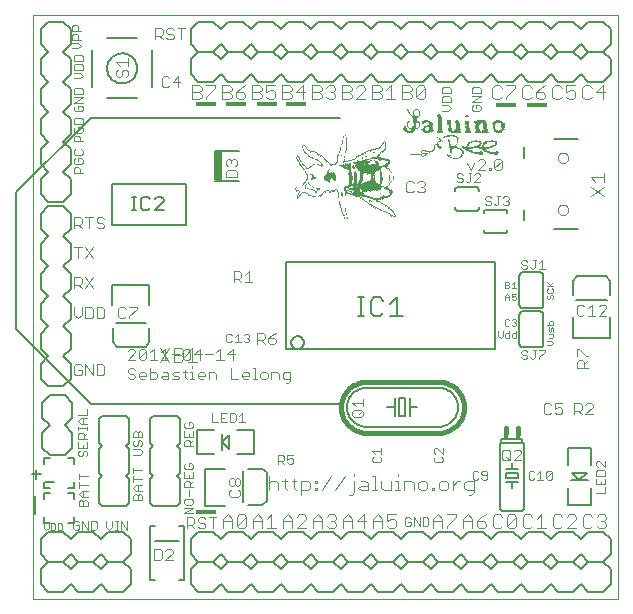
<source format=gto>
G75*
G70*
%OFA0B0*%
%FSLAX24Y24*%
%IPPOS*%
%LPD*%
%AMOC8*
5,1,8,0,0,1.08239X$1,22.5*
%
%ADD10C,0.0000*%
%ADD11R,0.0030X0.0090*%
%ADD12R,0.0030X0.0030*%
%ADD13R,0.0030X0.0060*%
%ADD14R,0.0030X0.0150*%
%ADD15R,0.0030X0.0180*%
%ADD16R,0.0030X0.0210*%
%ADD17R,0.0030X0.0120*%
%ADD18R,0.0030X0.0240*%
%ADD19R,0.0030X0.0390*%
%ADD20R,0.0030X0.0570*%
%ADD21R,0.0030X0.0270*%
%ADD22R,0.0030X0.0330*%
%ADD23R,0.0030X0.0360*%
%ADD24R,0.0030X0.0300*%
%ADD25R,0.0030X0.0540*%
%ADD26R,0.0030X0.0420*%
%ADD27R,0.0030X0.0450*%
%ADD28R,0.0030X0.0480*%
%ADD29R,0.0030X0.0690*%
%ADD30R,0.0030X0.0720*%
%ADD31R,0.0030X0.0960*%
%ADD32R,0.0030X0.0840*%
%ADD33R,0.0030X0.0810*%
%ADD34R,0.0210X0.0030*%
%ADD35R,0.0090X0.0030*%
%ADD36R,0.0060X0.0030*%
%ADD37R,0.0120X0.0030*%
%ADD38R,0.0420X0.0030*%
%ADD39R,0.0300X0.0030*%
%ADD40R,0.0240X0.0030*%
%ADD41R,0.0150X0.0030*%
%ADD42R,0.0180X0.0030*%
%ADD43R,0.0360X0.0030*%
%ADD44R,0.1020X0.0030*%
%ADD45R,0.0390X0.0030*%
%ADD46R,0.0270X0.0030*%
%ADD47R,0.0330X0.0030*%
%ADD48R,0.0480X0.0030*%
%ADD49C,0.0040*%
%ADD50C,0.0030*%
%ADD51C,0.0080*%
%ADD52C,0.0020*%
%ADD53R,0.0700X0.0150*%
%ADD54C,0.0160*%
%ADD55C,0.0060*%
%ADD56C,0.0070*%
%ADD57C,0.0050*%
%ADD58R,0.0160X0.0230*%
%ADD59R,0.0266X0.0965*%
D10*
X000897Y000806D02*
X000897Y020301D01*
X020382Y020291D01*
X020382Y000806D01*
X000897Y000806D01*
X018370Y013790D02*
X018372Y013816D01*
X018378Y013842D01*
X018388Y013867D01*
X018401Y013890D01*
X018417Y013910D01*
X018437Y013928D01*
X018459Y013943D01*
X018482Y013955D01*
X018508Y013963D01*
X018534Y013967D01*
X018560Y013967D01*
X018586Y013963D01*
X018612Y013955D01*
X018636Y013943D01*
X018657Y013928D01*
X018677Y013910D01*
X018693Y013890D01*
X018706Y013867D01*
X018716Y013842D01*
X018722Y013816D01*
X018724Y013790D01*
X018722Y013764D01*
X018716Y013738D01*
X018706Y013713D01*
X018693Y013690D01*
X018677Y013670D01*
X018657Y013652D01*
X018635Y013637D01*
X018612Y013625D01*
X018586Y013617D01*
X018560Y013613D01*
X018534Y013613D01*
X018508Y013617D01*
X018482Y013625D01*
X018458Y013637D01*
X018437Y013652D01*
X018417Y013670D01*
X018401Y013690D01*
X018388Y013713D01*
X018378Y013738D01*
X018372Y013764D01*
X018370Y013790D01*
X018370Y015522D02*
X018372Y015548D01*
X018378Y015574D01*
X018388Y015599D01*
X018401Y015622D01*
X018417Y015642D01*
X018437Y015660D01*
X018459Y015675D01*
X018482Y015687D01*
X018508Y015695D01*
X018534Y015699D01*
X018560Y015699D01*
X018586Y015695D01*
X018612Y015687D01*
X018636Y015675D01*
X018657Y015660D01*
X018677Y015642D01*
X018693Y015622D01*
X018706Y015599D01*
X018716Y015574D01*
X018722Y015548D01*
X018724Y015522D01*
X018722Y015496D01*
X018716Y015470D01*
X018706Y015445D01*
X018693Y015422D01*
X018677Y015402D01*
X018657Y015384D01*
X018635Y015369D01*
X018612Y015357D01*
X018586Y015349D01*
X018560Y015345D01*
X018534Y015345D01*
X018508Y015349D01*
X018482Y015357D01*
X018458Y015369D01*
X018437Y015384D01*
X018417Y015402D01*
X018401Y015422D01*
X018388Y015445D01*
X018378Y015470D01*
X018372Y015496D01*
X018370Y015522D01*
D11*
X012977Y013576D03*
X012737Y014236D03*
X012767Y014266D03*
X012797Y014266D03*
X012647Y014206D03*
X012617Y014206D03*
X012527Y014176D03*
X012497Y014176D03*
X012437Y014146D03*
X012407Y014146D03*
X012317Y014146D03*
X012017Y014236D03*
X011957Y014266D03*
X012167Y014446D03*
X012527Y014536D03*
X012737Y014476D03*
X012797Y015376D03*
X012707Y015436D03*
X012647Y015466D03*
X012527Y015496D03*
X012497Y015496D03*
X012347Y015526D03*
X012317Y015526D03*
X012077Y015376D03*
X012167Y015256D03*
X011597Y015196D03*
X011357Y015196D03*
X011237Y015376D03*
X011267Y015466D03*
X011297Y015556D03*
X011327Y015706D03*
X011087Y015616D03*
X011027Y015346D03*
X011417Y014986D03*
X011387Y014536D03*
X011357Y014536D03*
X011537Y014476D03*
X011537Y014326D03*
X011597Y014296D03*
X011717Y014626D03*
X011357Y013666D03*
X011207Y013696D03*
X010277Y014866D03*
X009767Y014386D03*
X009647Y014476D03*
X009677Y015526D03*
D12*
X009797Y015466D03*
X009857Y015376D03*
X009947Y015256D03*
X009977Y015226D03*
X009887Y015196D03*
X009947Y015106D03*
X010037Y015136D03*
X010067Y015136D03*
X010097Y015166D03*
X010127Y015196D03*
X010187Y015226D03*
X010217Y015256D03*
X010247Y015286D03*
X010277Y015286D03*
X010397Y015286D03*
X010427Y015286D03*
X010457Y015256D03*
X010487Y015256D03*
X010487Y015346D03*
X010457Y015376D03*
X010427Y015406D03*
X010397Y015406D03*
X010367Y015436D03*
X010337Y015436D03*
X010307Y015466D03*
X010247Y015496D03*
X010187Y015526D03*
X010157Y015526D03*
X010127Y015556D03*
X010097Y015586D03*
X010037Y015616D03*
X010007Y015646D03*
X010097Y015736D03*
X010127Y015736D03*
X010187Y015706D03*
X010217Y015706D03*
X010247Y015706D03*
X010277Y015706D03*
X010307Y015676D03*
X010337Y015676D03*
X010397Y015646D03*
X010457Y015616D03*
X010517Y015586D03*
X010547Y015556D03*
X010577Y015526D03*
X010727Y015376D03*
X010757Y015346D03*
X010787Y015316D03*
X010877Y015286D03*
X010907Y015286D03*
X010937Y015286D03*
X010967Y015286D03*
X010997Y015316D03*
X011117Y015256D03*
X011147Y015256D03*
X011267Y015376D03*
X011297Y015376D03*
X011327Y015376D03*
X011357Y015376D03*
X011387Y015376D03*
X011417Y015406D03*
X011447Y015406D03*
X011477Y015406D03*
X011507Y015406D03*
X011537Y015436D03*
X011567Y015436D03*
X011597Y015436D03*
X011627Y015466D03*
X011657Y015496D03*
X011717Y015556D03*
X011777Y015586D03*
X011807Y015586D03*
X011837Y015616D03*
X011867Y015616D03*
X011897Y015646D03*
X011957Y015676D03*
X012017Y015706D03*
X012047Y015706D03*
X012077Y015736D03*
X012107Y015736D03*
X012167Y015766D03*
X012227Y015796D03*
X012257Y015796D03*
X012287Y015796D03*
X012347Y015826D03*
X012377Y015826D03*
X012407Y015826D03*
X012467Y015856D03*
X012497Y015886D03*
X012527Y015916D03*
X012617Y016036D03*
X012527Y015706D03*
X012497Y015676D03*
X012467Y015646D03*
X012287Y015676D03*
X012257Y015676D03*
X012197Y015496D03*
X012167Y015496D03*
X012137Y015496D03*
X012107Y015466D03*
X012077Y015466D03*
X012047Y015466D03*
X012017Y015556D03*
X011987Y015556D03*
X011897Y015526D03*
X011867Y015496D03*
X011597Y015346D03*
X011177Y015586D03*
X011177Y015946D03*
X011327Y016246D03*
X012137Y015406D03*
X012167Y015406D03*
X012197Y015406D03*
X012287Y015406D03*
X012557Y015226D03*
X012707Y015166D03*
X012737Y015136D03*
X012767Y015106D03*
X012797Y015076D03*
X012827Y015046D03*
X012857Y015016D03*
X012857Y014716D03*
X012827Y014686D03*
X012797Y014656D03*
X012767Y014626D03*
X012737Y014596D03*
X012587Y014536D03*
X012557Y014536D03*
X012467Y014326D03*
X012437Y014056D03*
X012407Y014056D03*
X012467Y014026D03*
X012497Y014026D03*
X012527Y013996D03*
X012557Y013996D03*
X012587Y013966D03*
X012617Y013936D03*
X012677Y013906D03*
X012707Y013876D03*
X012767Y013846D03*
X012797Y013816D03*
X012827Y013786D03*
X012737Y013666D03*
X012767Y013636D03*
X012797Y013636D03*
X012887Y013576D03*
X012917Y013546D03*
X012947Y013546D03*
X012707Y013696D03*
X012677Y013696D03*
X012647Y013726D03*
X012617Y013726D03*
X012587Y013726D03*
X012527Y013756D03*
X012497Y013756D03*
X012467Y013786D03*
X012437Y013786D03*
X012407Y013816D03*
X012377Y013816D03*
X012347Y013846D03*
X012287Y013876D03*
X012227Y013906D03*
X012167Y013936D03*
X012137Y013966D03*
X012107Y013966D03*
X012077Y013996D03*
X012047Y014026D03*
X012017Y014056D03*
X011987Y014056D03*
X011957Y014086D03*
X011927Y014116D03*
X011897Y014116D03*
X011867Y014146D03*
X011837Y014176D03*
X011777Y014206D03*
X011747Y014206D03*
X011507Y014296D03*
X011447Y014326D03*
X011417Y014326D03*
X011447Y014386D03*
X011477Y014386D03*
X011417Y014416D03*
X011387Y014416D03*
X011027Y014446D03*
X010997Y014446D03*
X010967Y014446D03*
X010847Y014416D03*
X010757Y014416D03*
X010727Y014416D03*
X010697Y014416D03*
X010667Y014416D03*
X010607Y014386D03*
X010577Y014356D03*
X010457Y014236D03*
X010427Y014206D03*
X010307Y014206D03*
X010277Y014206D03*
X010247Y014206D03*
X010217Y014206D03*
X010157Y014236D03*
X010127Y014236D03*
X010097Y014266D03*
X010067Y014296D03*
X010037Y014326D03*
X010007Y014326D03*
X009977Y014356D03*
X009947Y014356D03*
X009917Y014356D03*
X009887Y014356D03*
X009857Y014326D03*
X009767Y014206D03*
X009737Y014176D03*
X009737Y014416D03*
X009707Y014416D03*
X009677Y014506D03*
X009887Y014596D03*
X010007Y014626D03*
X010097Y014656D03*
X010127Y014626D03*
X010157Y014596D03*
X010217Y014536D03*
X010247Y014506D03*
X010217Y014446D03*
X010187Y014446D03*
X010157Y014446D03*
X010097Y014476D03*
X010067Y014476D03*
X010037Y014476D03*
X010247Y014416D03*
X010277Y014416D03*
X010337Y014476D03*
X010367Y014476D03*
X010367Y014416D03*
X010187Y014956D03*
X010157Y014956D03*
X010697Y014956D03*
X010787Y015106D03*
X010067Y015766D03*
X010037Y015796D03*
X009977Y015886D03*
X009947Y015916D03*
X009917Y015916D03*
X011267Y013576D03*
X011357Y013486D03*
X012137Y014086D03*
X012167Y014056D03*
X013847Y015586D03*
X013847Y015676D03*
X013847Y015706D03*
X014117Y015676D03*
X014237Y015766D03*
X014267Y015826D03*
X014267Y015856D03*
X014267Y015886D03*
X014297Y015916D03*
X014387Y015976D03*
X014387Y016006D03*
X014417Y016036D03*
X014537Y016036D03*
X014447Y016156D03*
X014387Y016186D03*
X014747Y016126D03*
X014777Y016006D03*
X014777Y015976D03*
X014987Y015916D03*
X015017Y015946D03*
X015047Y016006D03*
X015047Y016036D03*
X015047Y016066D03*
X015047Y016096D03*
X015047Y016126D03*
X015197Y015736D03*
X015197Y015616D03*
X014717Y015616D03*
X013877Y016636D03*
D13*
X012587Y016021D03*
X012557Y015991D03*
X012437Y015841D03*
X012317Y015811D03*
X012197Y015781D03*
X012137Y015751D03*
X011987Y015691D03*
X011927Y015661D03*
X011747Y015571D03*
X011687Y015541D03*
X011657Y015361D03*
X011627Y015361D03*
X011657Y015241D03*
X011627Y015181D03*
X011537Y015211D03*
X011357Y015301D03*
X011207Y015241D03*
X011177Y015241D03*
X010847Y015301D03*
X010817Y015301D03*
X010697Y015391D03*
X010667Y015421D03*
X010637Y015451D03*
X010607Y015481D03*
X010487Y015601D03*
X010427Y015631D03*
X010367Y015661D03*
X010217Y015511D03*
X010067Y015601D03*
X009977Y015691D03*
X009947Y015721D03*
X009917Y015781D03*
X009887Y015871D03*
X010007Y015841D03*
X010157Y015721D03*
X009827Y015421D03*
X009767Y015361D03*
X009797Y015331D03*
X009827Y015271D03*
X009857Y015241D03*
X009917Y015301D03*
X009887Y015331D03*
X009737Y015421D03*
X009707Y015451D03*
X009767Y015511D03*
X009737Y015541D03*
X009707Y015571D03*
X009917Y015151D03*
X010007Y015181D03*
X009977Y015061D03*
X010007Y015001D03*
X010007Y014791D03*
X009977Y014731D03*
X009947Y014701D03*
X009917Y014641D03*
X010067Y014671D03*
X010187Y014821D03*
X010307Y014851D03*
X010427Y014491D03*
X010457Y014491D03*
X010397Y014461D03*
X010337Y014401D03*
X010307Y014401D03*
X010487Y014251D03*
X010517Y014281D03*
X010547Y014311D03*
X010637Y014401D03*
X010787Y014401D03*
X010817Y014401D03*
X010877Y014431D03*
X010907Y014431D03*
X010937Y014431D03*
X011057Y014431D03*
X011387Y014341D03*
X011477Y014311D03*
X011507Y014371D03*
X011507Y014491D03*
X011477Y014491D03*
X011447Y014491D03*
X011537Y014611D03*
X011567Y014611D03*
X011807Y014191D03*
X011987Y014251D03*
X012047Y014221D03*
X012077Y014221D03*
X012107Y014221D03*
X012137Y014191D03*
X012167Y014191D03*
X012197Y014191D03*
X012227Y014191D03*
X012257Y014161D03*
X012287Y014161D03*
X012467Y014161D03*
X012677Y014221D03*
X012707Y014221D03*
X012887Y014371D03*
X012767Y014461D03*
X012647Y014521D03*
X012617Y014521D03*
X012167Y014761D03*
X012527Y015211D03*
X012587Y015241D03*
X012617Y015241D03*
X012677Y015451D03*
X012617Y015481D03*
X012587Y015481D03*
X012557Y015481D03*
X012437Y015631D03*
X012557Y015721D03*
X012587Y015751D03*
X012617Y015781D03*
X012287Y015511D03*
X012257Y015511D03*
X012227Y015511D03*
X012317Y015391D03*
X012107Y015391D03*
X011117Y015721D03*
X011237Y016231D03*
X010547Y015301D03*
X010157Y015211D03*
X009677Y014431D03*
X009737Y014311D03*
X009797Y014251D03*
X009827Y014281D03*
X010997Y014791D03*
X012107Y014101D03*
X012197Y013921D03*
X012257Y013891D03*
X012317Y013861D03*
X012647Y013921D03*
X012737Y013861D03*
X012857Y013771D03*
X012887Y013741D03*
X012917Y013711D03*
X012947Y013651D03*
X012857Y013591D03*
X012827Y013621D03*
X011387Y013531D03*
X011297Y013531D03*
X011237Y013621D03*
D14*
X011117Y014026D03*
X011357Y014386D03*
X011417Y014536D03*
X011537Y014836D03*
X011297Y015226D03*
X011267Y015226D03*
X010697Y014836D03*
X011807Y014326D03*
X011837Y014326D03*
X012167Y014626D03*
X012167Y015046D03*
X012437Y015196D03*
X012467Y015196D03*
X012707Y015286D03*
X012767Y015376D03*
X012917Y014866D03*
X011957Y015376D03*
X011207Y016036D03*
D15*
X011327Y015241D03*
X010847Y014941D03*
X010817Y014911D03*
X010637Y014851D03*
X010217Y014881D03*
X010037Y014881D03*
X011687Y014311D03*
X012467Y014551D03*
X012767Y014851D03*
X012677Y015241D03*
X012407Y015541D03*
X012857Y014371D03*
D16*
X012827Y014356D03*
X012437Y014566D03*
X012407Y014566D03*
X011837Y014536D03*
X011087Y014296D03*
X010967Y014866D03*
X010877Y014926D03*
X010667Y014866D03*
X011387Y015226D03*
X011417Y015226D03*
X011687Y015286D03*
X012737Y015376D03*
D17*
X012647Y015241D03*
X012467Y015481D03*
X012437Y015481D03*
X012377Y015541D03*
X012467Y014911D03*
X012557Y014821D03*
X012797Y014881D03*
X012707Y014521D03*
X012677Y014521D03*
X012797Y014431D03*
X012587Y014221D03*
X012557Y014191D03*
X012377Y014131D03*
X012347Y014131D03*
X011927Y014281D03*
X011567Y014311D03*
X011567Y014491D03*
X011297Y014491D03*
X011177Y014311D03*
X011207Y014281D03*
X011147Y013921D03*
X011177Y013801D03*
X011327Y013801D03*
X010607Y014851D03*
X010247Y014881D03*
X009977Y014551D03*
X009707Y014221D03*
X010517Y015301D03*
X011237Y015241D03*
X011567Y015211D03*
X011147Y015811D03*
X012497Y014551D03*
D18*
X011057Y015481D03*
X010907Y014911D03*
X010937Y014881D03*
X012647Y015931D03*
D19*
X012257Y015106D03*
X012527Y014866D03*
X012137Y014596D03*
D20*
X012497Y014956D03*
X012227Y015016D03*
X012197Y015016D03*
X011687Y014716D03*
D21*
X011597Y014536D03*
X011957Y015136D03*
X012317Y015196D03*
X012407Y015226D03*
X012377Y014566D03*
X012347Y014566D03*
D22*
X011987Y014536D03*
X011957Y014536D03*
X011717Y014386D03*
X011327Y014416D03*
X010787Y014866D03*
X011747Y015256D03*
X012077Y015136D03*
X012287Y015166D03*
X012377Y015256D03*
D23*
X012347Y015241D03*
X011777Y015241D03*
X012047Y014581D03*
X012077Y014581D03*
X012107Y014581D03*
X012017Y014551D03*
X010727Y014911D03*
D24*
X011717Y015271D03*
X012107Y015121D03*
X012137Y015121D03*
X012317Y014581D03*
X012227Y014551D03*
X012197Y014551D03*
X011927Y014521D03*
D25*
X011777Y014521D03*
X012287Y014701D03*
D26*
X012257Y014641D03*
X011867Y014461D03*
X011897Y015241D03*
X010757Y014911D03*
D27*
X011507Y014806D03*
X011747Y014476D03*
X011897Y014446D03*
X012047Y015196D03*
X011927Y015226D03*
X011357Y015976D03*
D28*
X011987Y015241D03*
X012017Y015241D03*
D29*
X011867Y015076D03*
D30*
X011837Y015061D03*
D31*
X011807Y014941D03*
D32*
X011657Y014641D03*
D33*
X011627Y014656D03*
X011477Y014956D03*
X011447Y014956D03*
D34*
X013607Y016876D03*
X014027Y016366D03*
X014447Y016366D03*
X015017Y016426D03*
X015377Y016396D03*
X015377Y016366D03*
X015707Y016396D03*
X015947Y016396D03*
X015677Y015886D03*
X014987Y015496D03*
X013937Y015646D03*
D35*
X014387Y015916D03*
X014447Y016066D03*
X014477Y016096D03*
X014597Y016186D03*
X014777Y016516D03*
X014777Y016546D03*
X014777Y016576D03*
X015017Y016756D03*
X015347Y016906D03*
X015377Y016576D03*
X015647Y016096D03*
X015797Y016006D03*
X015797Y015946D03*
X015887Y015916D03*
X015917Y015946D03*
X015827Y015706D03*
X015377Y015916D03*
X015377Y015946D03*
X015407Y015976D03*
X015227Y015886D03*
X015137Y015796D03*
X014807Y015526D03*
X014747Y015556D03*
X013907Y016486D03*
X013937Y016516D03*
X013877Y016666D03*
X014117Y016666D03*
X014417Y016936D03*
X013607Y016666D03*
X013607Y016636D03*
X013607Y016606D03*
X013607Y016576D03*
X013577Y016906D03*
X013277Y016516D03*
X016247Y016516D03*
X016247Y016486D03*
X016277Y016456D03*
X016247Y016546D03*
X016247Y016576D03*
X016247Y016606D03*
X016277Y016666D03*
X016547Y016636D03*
X016547Y016486D03*
X016307Y016006D03*
X016307Y015946D03*
X016337Y015706D03*
D36*
X016322Y015976D03*
X016172Y016096D03*
X015872Y015886D03*
X015812Y015976D03*
X015362Y015886D03*
X015182Y015766D03*
X015212Y015706D03*
X015212Y015676D03*
X015212Y015646D03*
X015182Y015586D03*
X015152Y015556D03*
X015122Y015526D03*
X014822Y015676D03*
X014822Y015706D03*
X014822Y015736D03*
X014822Y015766D03*
X014822Y015796D03*
X014792Y015916D03*
X014792Y015946D03*
X014762Y016036D03*
X014762Y016066D03*
X014762Y016096D03*
X015002Y016186D03*
X015032Y016156D03*
X014462Y016126D03*
X014462Y015826D03*
X014252Y015796D03*
X014222Y015736D03*
X013982Y015616D03*
X013952Y015586D03*
X013892Y015556D03*
X013292Y016546D03*
D37*
X013292Y016486D03*
X013292Y016456D03*
X013322Y016426D03*
X013562Y016456D03*
X013592Y016486D03*
X013592Y016516D03*
X013592Y016546D03*
X013622Y016696D03*
X013622Y016726D03*
X013892Y016456D03*
X014132Y016486D03*
X014132Y016516D03*
X014132Y016606D03*
X014132Y016636D03*
X014102Y016696D03*
X014432Y016696D03*
X014432Y016666D03*
X014432Y016636D03*
X014432Y016606D03*
X014432Y016576D03*
X014432Y016546D03*
X014432Y016516D03*
X014432Y016726D03*
X014432Y016756D03*
X014432Y016786D03*
X014432Y016816D03*
X014432Y016846D03*
X014762Y016756D03*
X014762Y016696D03*
X014762Y016666D03*
X014762Y016636D03*
X014762Y016606D03*
X014792Y016486D03*
X014792Y016456D03*
X014792Y016426D03*
X015032Y016486D03*
X015032Y016516D03*
X015032Y016546D03*
X015032Y016576D03*
X015032Y016606D03*
X015032Y016636D03*
X015032Y016666D03*
X015002Y016726D03*
X015332Y016726D03*
X015362Y016666D03*
X015362Y016636D03*
X015362Y016606D03*
X015362Y016546D03*
X015362Y016516D03*
X015692Y016516D03*
X015692Y016486D03*
X015692Y016546D03*
X015692Y016576D03*
X015362Y016876D03*
X015962Y016666D03*
X015962Y016636D03*
X015962Y016606D03*
X015962Y016576D03*
X015962Y016546D03*
X015962Y016516D03*
X015962Y016486D03*
X016262Y016636D03*
X016532Y016666D03*
X016562Y016606D03*
X016562Y016576D03*
X016562Y016546D03*
X016562Y016516D03*
X016532Y016456D03*
X016262Y015916D03*
X015962Y016006D03*
X015932Y015976D03*
X015902Y015796D03*
X015932Y015766D03*
X015962Y015736D03*
X015812Y015616D03*
X015752Y015916D03*
X015452Y016006D03*
X015362Y015796D03*
X015392Y015766D03*
X015452Y015736D03*
X014942Y016216D03*
X014432Y015856D03*
X014402Y015886D03*
X014342Y015946D03*
X013922Y015736D03*
X014732Y015586D03*
X016322Y015616D03*
D38*
X016202Y015676D03*
X015692Y015676D03*
X013652Y015616D03*
D39*
X013442Y016396D03*
X014912Y015856D03*
X015752Y015646D03*
X016262Y015646D03*
D40*
X015812Y016756D03*
X014882Y015886D03*
X014822Y016246D03*
X014072Y015706D03*
D41*
X013907Y016426D03*
X014147Y016456D03*
X014447Y016456D03*
X014447Y016426D03*
X014447Y016486D03*
X014747Y016726D03*
X015017Y016696D03*
X015347Y016696D03*
X015377Y016486D03*
X015377Y016456D03*
X015377Y016426D03*
X015707Y016426D03*
X015707Y016456D03*
X015707Y016606D03*
X015707Y016636D03*
X015977Y016456D03*
X016307Y016426D03*
X016487Y016426D03*
X016397Y016756D03*
X016187Y015886D03*
X015497Y015706D03*
X015077Y015826D03*
X014837Y015826D03*
X014417Y016876D03*
X014417Y016906D03*
X013997Y016756D03*
X013907Y016696D03*
X013607Y016756D03*
X013607Y016786D03*
X013607Y016816D03*
X013547Y016426D03*
D42*
X013442Y016366D03*
X013622Y016846D03*
X014102Y016576D03*
X014132Y016426D03*
X014432Y016396D03*
X014672Y016216D03*
X015032Y016456D03*
X015722Y016666D03*
X015962Y016426D03*
X016412Y016366D03*
X016022Y015706D03*
D43*
X015902Y015826D03*
X015632Y016036D03*
X015392Y015826D03*
X014042Y016396D03*
D44*
X015692Y015856D03*
D45*
X016157Y016036D03*
X015797Y016696D03*
X015797Y016726D03*
X014957Y016396D03*
D46*
X015647Y016066D03*
X016157Y016066D03*
X016397Y016396D03*
X016397Y016726D03*
X014057Y016546D03*
X013997Y016726D03*
D47*
X014987Y016366D03*
X016397Y016696D03*
D48*
X015842Y016366D03*
D49*
X016273Y017476D02*
X016426Y017476D01*
X016503Y017553D01*
X016657Y017553D02*
X016657Y017476D01*
X016657Y017553D02*
X016964Y017860D01*
X016964Y017937D01*
X016657Y017937D01*
X016503Y017860D02*
X016426Y017937D01*
X016273Y017937D01*
X016196Y017860D01*
X016196Y017553D01*
X016273Y017476D01*
X017196Y017553D02*
X017273Y017476D01*
X017426Y017476D01*
X017503Y017553D01*
X017657Y017553D02*
X017733Y017476D01*
X017887Y017476D01*
X017964Y017553D01*
X017964Y017630D01*
X017887Y017706D01*
X017657Y017706D01*
X017657Y017553D01*
X017657Y017706D02*
X017810Y017860D01*
X017964Y017937D01*
X018196Y017860D02*
X018196Y017553D01*
X018273Y017476D01*
X018426Y017476D01*
X018503Y017553D01*
X018657Y017553D02*
X018733Y017476D01*
X018887Y017476D01*
X018964Y017553D01*
X018964Y017706D01*
X018887Y017783D01*
X018810Y017783D01*
X018657Y017706D01*
X018657Y017937D01*
X018964Y017937D01*
X019196Y017860D02*
X019196Y017553D01*
X019273Y017476D01*
X019426Y017476D01*
X019503Y017553D01*
X019657Y017706D02*
X019964Y017706D01*
X019887Y017476D02*
X019887Y017937D01*
X019657Y017706D01*
X019503Y017860D02*
X019426Y017937D01*
X019273Y017937D01*
X019196Y017860D01*
X018503Y017860D02*
X018426Y017937D01*
X018273Y017937D01*
X018196Y017860D01*
X017503Y017860D02*
X017426Y017937D01*
X017273Y017937D01*
X017196Y017860D01*
X017196Y017553D01*
X019467Y014869D02*
X019927Y014869D01*
X019927Y014716D02*
X019927Y015023D01*
X019620Y014716D02*
X019467Y014869D01*
X019467Y014562D02*
X019927Y014256D01*
X019927Y014562D02*
X019467Y014256D01*
X013964Y017553D02*
X013887Y017476D01*
X013733Y017476D01*
X013657Y017553D01*
X013964Y017860D01*
X013964Y017553D01*
X013964Y017860D02*
X013887Y017937D01*
X013733Y017937D01*
X013657Y017860D01*
X013657Y017553D01*
X013503Y017553D02*
X013426Y017476D01*
X013196Y017476D01*
X013196Y017937D01*
X013426Y017937D01*
X013503Y017860D01*
X013503Y017783D01*
X013426Y017706D01*
X013196Y017706D01*
X013426Y017706D02*
X013503Y017630D01*
X013503Y017553D01*
X012964Y017476D02*
X012657Y017476D01*
X012810Y017476D02*
X012810Y017937D01*
X012657Y017783D01*
X012503Y017783D02*
X012426Y017706D01*
X012196Y017706D01*
X012196Y017476D02*
X012426Y017476D01*
X012503Y017553D01*
X012503Y017630D01*
X012426Y017706D01*
X012503Y017783D02*
X012503Y017860D01*
X012426Y017937D01*
X012196Y017937D01*
X012196Y017476D01*
X011964Y017476D02*
X011657Y017476D01*
X011964Y017783D01*
X011964Y017860D01*
X011887Y017937D01*
X011733Y017937D01*
X011657Y017860D01*
X011503Y017860D02*
X011503Y017783D01*
X011426Y017706D01*
X011196Y017706D01*
X011196Y017476D02*
X011426Y017476D01*
X011503Y017553D01*
X011503Y017630D01*
X011426Y017706D01*
X011503Y017860D02*
X011426Y017937D01*
X011196Y017937D01*
X011196Y017476D01*
X010964Y017553D02*
X010887Y017476D01*
X010733Y017476D01*
X010657Y017553D01*
X010503Y017553D02*
X010426Y017476D01*
X010196Y017476D01*
X010196Y017937D01*
X010426Y017937D01*
X010503Y017860D01*
X010503Y017783D01*
X010426Y017706D01*
X010196Y017706D01*
X009964Y017706D02*
X009657Y017706D01*
X009887Y017937D01*
X009887Y017476D01*
X009503Y017553D02*
X009426Y017476D01*
X009196Y017476D01*
X009196Y017937D01*
X009426Y017937D01*
X009503Y017860D01*
X009503Y017783D01*
X009426Y017706D01*
X009196Y017706D01*
X009426Y017706D02*
X009503Y017630D01*
X009503Y017553D01*
X008964Y017553D02*
X008887Y017476D01*
X008733Y017476D01*
X008657Y017553D01*
X008657Y017706D02*
X008810Y017783D01*
X008887Y017783D01*
X008964Y017706D01*
X008964Y017553D01*
X008964Y017937D02*
X008657Y017937D01*
X008657Y017706D01*
X008503Y017630D02*
X008503Y017553D01*
X008426Y017476D01*
X008196Y017476D01*
X008196Y017937D01*
X008426Y017937D01*
X008503Y017860D01*
X008503Y017783D01*
X008426Y017706D01*
X008196Y017706D01*
X008426Y017706D02*
X008503Y017630D01*
X007964Y017630D02*
X007887Y017706D01*
X007657Y017706D01*
X007657Y017553D01*
X007733Y017476D01*
X007887Y017476D01*
X007964Y017553D01*
X007964Y017630D01*
X007810Y017860D02*
X007657Y017706D01*
X007503Y017630D02*
X007503Y017553D01*
X007426Y017476D01*
X007196Y017476D01*
X007196Y017937D01*
X007426Y017937D01*
X007503Y017860D01*
X007503Y017783D01*
X007426Y017706D01*
X007196Y017706D01*
X007426Y017706D02*
X007503Y017630D01*
X007810Y017860D02*
X007964Y017937D01*
X006964Y017937D02*
X006964Y017860D01*
X006657Y017553D01*
X006657Y017476D01*
X006503Y017553D02*
X006426Y017476D01*
X006196Y017476D01*
X006196Y017937D01*
X006426Y017937D01*
X006503Y017860D01*
X006503Y017783D01*
X006426Y017706D01*
X006196Y017706D01*
X006426Y017706D02*
X006503Y017630D01*
X006503Y017553D01*
X006657Y017937D02*
X006964Y017937D01*
X010426Y017706D02*
X010503Y017630D01*
X010503Y017553D01*
X010657Y017860D02*
X010733Y017937D01*
X010887Y017937D01*
X010964Y017860D01*
X010964Y017783D01*
X010887Y017706D01*
X010964Y017630D01*
X010964Y017553D01*
X010887Y017706D02*
X010810Y017706D01*
X006191Y009194D02*
X006191Y008734D01*
X006038Y008734D02*
X006345Y008734D01*
X006038Y009041D02*
X006191Y009194D01*
X005884Y009117D02*
X005884Y009041D01*
X005808Y008964D01*
X005577Y008964D01*
X005577Y008734D02*
X005577Y009194D01*
X005808Y009194D01*
X005884Y009117D01*
X005808Y008964D02*
X005884Y008887D01*
X005884Y008810D01*
X005808Y008734D01*
X005577Y008734D01*
X005424Y008734D02*
X005117Y009194D01*
X005424Y009194D02*
X005117Y008734D01*
X008737Y004907D02*
X008737Y004446D01*
X008737Y004676D02*
X008814Y004753D01*
X008967Y004753D01*
X009044Y004676D01*
X009044Y004446D01*
X009274Y004523D02*
X009274Y004830D01*
X009197Y004753D02*
X009351Y004753D01*
X009504Y004753D02*
X009658Y004753D01*
X009581Y004830D02*
X009581Y004523D01*
X009658Y004446D01*
X009811Y004446D02*
X010041Y004446D01*
X010118Y004523D01*
X010118Y004676D01*
X010041Y004753D01*
X009811Y004753D01*
X009811Y004293D01*
X009351Y004446D02*
X009274Y004523D01*
X009370Y003637D02*
X009524Y003483D01*
X009524Y003176D01*
X009677Y003176D02*
X009984Y003483D01*
X009984Y003560D01*
X009908Y003637D01*
X009754Y003637D01*
X009677Y003560D01*
X009524Y003406D02*
X009217Y003406D01*
X009217Y003483D02*
X009370Y003637D01*
X009217Y003483D02*
X009217Y003176D01*
X008984Y003176D02*
X008677Y003176D01*
X008524Y003176D02*
X008524Y003483D01*
X008370Y003637D01*
X008217Y003483D01*
X008217Y003176D01*
X008217Y003406D02*
X008524Y003406D01*
X008677Y003483D02*
X008831Y003637D01*
X008831Y003176D01*
X009677Y003176D02*
X009984Y003176D01*
X010217Y003176D02*
X010217Y003483D01*
X010370Y003637D01*
X010524Y003483D01*
X010524Y003176D01*
X010677Y003253D02*
X010754Y003176D01*
X010908Y003176D01*
X010984Y003253D01*
X010984Y003330D01*
X010908Y003406D01*
X010831Y003406D01*
X010908Y003406D02*
X010984Y003483D01*
X010984Y003560D01*
X010908Y003637D01*
X010754Y003637D01*
X010677Y003560D01*
X010524Y003406D02*
X010217Y003406D01*
X011217Y003406D02*
X011524Y003406D01*
X011524Y003483D02*
X011524Y003176D01*
X011677Y003406D02*
X011984Y003406D01*
X012217Y003406D02*
X012524Y003406D01*
X012524Y003483D02*
X012524Y003176D01*
X012677Y003253D02*
X012754Y003176D01*
X012908Y003176D01*
X012984Y003253D01*
X012984Y003406D01*
X012908Y003483D01*
X012831Y003483D01*
X012677Y003406D01*
X012677Y003637D01*
X012984Y003637D01*
X012524Y003483D02*
X012370Y003637D01*
X012217Y003483D01*
X012217Y003176D01*
X011908Y003176D02*
X011908Y003637D01*
X011677Y003406D01*
X011524Y003483D02*
X011370Y003637D01*
X011217Y003483D01*
X011217Y003176D01*
X011422Y004293D02*
X011499Y004293D01*
X011576Y004370D01*
X011576Y004753D01*
X011576Y004907D02*
X011576Y004983D01*
X011269Y004907D02*
X010962Y004446D01*
X010502Y004446D02*
X010809Y004907D01*
X010348Y004753D02*
X010348Y004676D01*
X010271Y004676D01*
X010271Y004753D01*
X010348Y004753D01*
X010348Y004523D02*
X010348Y004446D01*
X010271Y004446D01*
X010271Y004523D01*
X010348Y004523D01*
X011729Y004523D02*
X011806Y004600D01*
X012036Y004600D01*
X012036Y004676D02*
X012036Y004446D01*
X011806Y004446D01*
X011729Y004523D01*
X011806Y004753D02*
X011959Y004753D01*
X012036Y004676D01*
X012190Y004446D02*
X012343Y004446D01*
X012266Y004446D02*
X012266Y004907D01*
X012190Y004907D01*
X012496Y004753D02*
X012496Y004523D01*
X012573Y004446D01*
X012803Y004446D01*
X012803Y004753D01*
X012957Y004753D02*
X013034Y004753D01*
X013034Y004446D01*
X013110Y004446D02*
X012957Y004446D01*
X013264Y004446D02*
X013264Y004753D01*
X013494Y004753D01*
X013571Y004676D01*
X013571Y004446D01*
X013724Y004523D02*
X013724Y004676D01*
X013801Y004753D01*
X013954Y004753D01*
X014031Y004676D01*
X014031Y004523D01*
X013954Y004446D01*
X013801Y004446D01*
X013724Y004523D01*
X014184Y004523D02*
X014261Y004523D01*
X014261Y004446D01*
X014184Y004446D01*
X014184Y004523D01*
X014415Y004523D02*
X014415Y004676D01*
X014491Y004753D01*
X014645Y004753D01*
X014721Y004676D01*
X014721Y004523D01*
X014645Y004446D01*
X014491Y004446D01*
X014415Y004523D01*
X014875Y004600D02*
X015028Y004753D01*
X015105Y004753D01*
X015259Y004676D02*
X015259Y004523D01*
X015335Y004446D01*
X015565Y004446D01*
X015565Y004370D02*
X015489Y004293D01*
X015412Y004293D01*
X015565Y004370D02*
X015565Y004753D01*
X015335Y004753D01*
X015259Y004676D01*
X014875Y004753D02*
X014875Y004446D01*
X014984Y003637D02*
X014677Y003637D01*
X014524Y003483D02*
X014524Y003176D01*
X014677Y003176D02*
X014677Y003253D01*
X014984Y003560D01*
X014984Y003637D01*
X015217Y003483D02*
X015370Y003637D01*
X015524Y003483D01*
X015524Y003176D01*
X015677Y003253D02*
X015754Y003176D01*
X015908Y003176D01*
X015984Y003253D01*
X015984Y003330D01*
X015908Y003406D01*
X015677Y003406D01*
X015677Y003253D01*
X015677Y003406D02*
X015831Y003560D01*
X015984Y003637D01*
X016217Y003560D02*
X016217Y003253D01*
X016294Y003176D01*
X016447Y003176D01*
X016524Y003253D01*
X016677Y003253D02*
X016677Y003560D01*
X016754Y003637D01*
X016908Y003637D01*
X016984Y003560D01*
X016677Y003253D01*
X016754Y003176D01*
X016908Y003176D01*
X016984Y003253D01*
X016984Y003560D01*
X017217Y003560D02*
X017217Y003253D01*
X017294Y003176D01*
X017447Y003176D01*
X017524Y003253D01*
X017677Y003176D02*
X017984Y003176D01*
X017831Y003176D02*
X017831Y003637D01*
X017677Y003483D01*
X017524Y003560D02*
X017447Y003637D01*
X017294Y003637D01*
X017217Y003560D01*
X016524Y003560D02*
X016447Y003637D01*
X016294Y003637D01*
X016217Y003560D01*
X015524Y003406D02*
X015217Y003406D01*
X015217Y003483D02*
X015217Y003176D01*
X014524Y003406D02*
X014217Y003406D01*
X014217Y003483D02*
X014370Y003637D01*
X014524Y003483D01*
X014217Y003483D02*
X014217Y003176D01*
X013034Y004907D02*
X013034Y004983D01*
X011817Y006876D02*
X011577Y006876D01*
X011517Y006936D01*
X011517Y007056D01*
X011577Y007116D01*
X011817Y007116D01*
X011877Y007056D01*
X011877Y006936D01*
X011817Y006876D01*
X011757Y006996D02*
X011877Y007116D01*
X011877Y007245D02*
X011877Y007485D01*
X011877Y007365D02*
X011517Y007365D01*
X011637Y007245D01*
X007908Y003637D02*
X007984Y003560D01*
X007677Y003253D01*
X007754Y003176D01*
X007908Y003176D01*
X007984Y003253D01*
X007984Y003560D01*
X007908Y003637D02*
X007754Y003637D01*
X007677Y003560D01*
X007677Y003253D01*
X007524Y003176D02*
X007524Y003483D01*
X007370Y003637D01*
X007217Y003483D01*
X007217Y003176D01*
X007217Y003406D02*
X007524Y003406D01*
X016530Y005496D02*
X016590Y005436D01*
X016711Y005436D01*
X016771Y005496D01*
X016771Y005737D01*
X016711Y005797D01*
X016590Y005797D01*
X016530Y005737D01*
X016530Y005496D01*
X016650Y005556D02*
X016771Y005436D01*
X016899Y005436D02*
X017139Y005676D01*
X017139Y005737D01*
X017079Y005797D01*
X016959Y005797D01*
X016899Y005737D01*
X016899Y005436D02*
X017139Y005436D01*
X018294Y003637D02*
X018217Y003560D01*
X018217Y003253D01*
X018294Y003176D01*
X018447Y003176D01*
X018524Y003253D01*
X018677Y003176D02*
X018984Y003483D01*
X018984Y003560D01*
X018908Y003637D01*
X018754Y003637D01*
X018677Y003560D01*
X018524Y003560D02*
X018447Y003637D01*
X018294Y003637D01*
X018677Y003176D02*
X018984Y003176D01*
X019217Y003253D02*
X019217Y003560D01*
X019294Y003637D01*
X019447Y003637D01*
X019524Y003560D01*
X019677Y003560D02*
X019754Y003637D01*
X019908Y003637D01*
X019984Y003560D01*
X019984Y003483D01*
X019908Y003406D01*
X019984Y003330D01*
X019984Y003253D01*
X019908Y003176D01*
X019754Y003176D01*
X019677Y003253D01*
X019524Y003253D02*
X019447Y003176D01*
X019294Y003176D01*
X019217Y003253D01*
X019831Y003406D02*
X019908Y003406D01*
D50*
X019952Y004343D02*
X019662Y004343D01*
X019952Y004343D02*
X019952Y004536D01*
X019952Y004637D02*
X019952Y004831D01*
X019952Y004932D02*
X019662Y004932D01*
X019662Y005077D01*
X019710Y005125D01*
X019904Y005125D01*
X019952Y005077D01*
X019952Y004932D01*
X019807Y004734D02*
X019807Y004637D01*
X019662Y004637D02*
X019952Y004637D01*
X019662Y004637D02*
X019662Y004831D01*
X019710Y005227D02*
X019662Y005275D01*
X019662Y005372D01*
X019710Y005420D01*
X019759Y005420D01*
X019952Y005227D01*
X019952Y005420D01*
X019541Y006971D02*
X019294Y006971D01*
X019541Y007218D01*
X019541Y007280D01*
X019479Y007342D01*
X019355Y007342D01*
X019294Y007280D01*
X019172Y007280D02*
X019172Y007156D01*
X019111Y007095D01*
X018925Y007095D01*
X018925Y006971D02*
X018925Y007342D01*
X019111Y007342D01*
X019172Y007280D01*
X019049Y007095D02*
X019172Y006971D01*
X018517Y007033D02*
X018455Y006971D01*
X018332Y006971D01*
X018270Y007033D01*
X018149Y007033D02*
X018087Y006971D01*
X017964Y006971D01*
X017902Y007033D01*
X017902Y007280D01*
X017964Y007342D01*
X018087Y007342D01*
X018149Y007280D01*
X018270Y007342D02*
X018270Y007156D01*
X018394Y007218D01*
X018455Y007218D01*
X018517Y007156D01*
X018517Y007033D01*
X018517Y007342D02*
X018270Y007342D01*
X019012Y008535D02*
X019012Y008720D01*
X019073Y008782D01*
X019197Y008782D01*
X019259Y008720D01*
X019259Y008535D01*
X019382Y008535D02*
X019012Y008535D01*
X019259Y008658D02*
X019382Y008782D01*
X019382Y008903D02*
X019320Y008903D01*
X019073Y009150D01*
X019012Y009150D01*
X019012Y008903D01*
X017945Y009063D02*
X017751Y008870D01*
X017751Y008821D01*
X017602Y008870D02*
X017602Y009112D01*
X017650Y009112D02*
X017553Y009112D01*
X017751Y009112D02*
X017945Y009112D01*
X017945Y009063D01*
X017602Y008870D02*
X017553Y008821D01*
X017505Y008821D01*
X017457Y008870D01*
X017355Y008870D02*
X017307Y008821D01*
X017210Y008821D01*
X017162Y008870D01*
X017210Y008966D02*
X017162Y009015D01*
X017162Y009063D01*
X017210Y009112D01*
X017307Y009112D01*
X017355Y009063D01*
X017307Y008966D02*
X017355Y008918D01*
X017355Y008870D01*
X017307Y008966D02*
X017210Y008966D01*
X019012Y010327D02*
X019012Y010574D01*
X019074Y010635D01*
X019197Y010635D01*
X019259Y010574D01*
X019380Y010512D02*
X019504Y010635D01*
X019504Y010265D01*
X019627Y010265D02*
X019380Y010265D01*
X019259Y010327D02*
X019197Y010265D01*
X019074Y010265D01*
X019012Y010327D01*
X019749Y010265D02*
X019995Y010512D01*
X019995Y010574D01*
X019934Y010635D01*
X019810Y010635D01*
X019749Y010574D01*
X019749Y010265D02*
X019995Y010265D01*
X017945Y011821D02*
X017751Y011821D01*
X017848Y011821D02*
X017848Y012112D01*
X017751Y012015D01*
X017650Y012112D02*
X017553Y012112D01*
X017602Y012112D02*
X017602Y011870D01*
X017553Y011821D01*
X017505Y011821D01*
X017457Y011870D01*
X017355Y011870D02*
X017307Y011821D01*
X017210Y011821D01*
X017162Y011870D01*
X017210Y011966D02*
X017162Y012015D01*
X017162Y012063D01*
X017210Y012112D01*
X017307Y012112D01*
X017355Y012063D01*
X017307Y011966D02*
X017355Y011918D01*
X017355Y011870D01*
X017307Y011966D02*
X017210Y011966D01*
X016689Y013948D02*
X016592Y013948D01*
X016544Y013997D01*
X016641Y014094D02*
X016689Y014094D01*
X016737Y014045D01*
X016737Y013997D01*
X016689Y013948D01*
X016689Y014094D02*
X016737Y014142D01*
X016737Y014190D01*
X016689Y014239D01*
X016592Y014239D01*
X016544Y014190D01*
X016443Y014239D02*
X016346Y014239D01*
X016394Y014239D02*
X016394Y013997D01*
X016346Y013948D01*
X016298Y013948D01*
X016249Y013997D01*
X016148Y013997D02*
X016100Y013948D01*
X016003Y013948D01*
X015955Y013997D01*
X016003Y014094D02*
X016100Y014094D01*
X016148Y014045D01*
X016148Y013997D01*
X016003Y014094D02*
X015955Y014142D01*
X015955Y014190D01*
X016003Y014239D01*
X016100Y014239D01*
X016148Y014190D01*
X015790Y014717D02*
X015597Y014717D01*
X015790Y014911D01*
X015790Y014959D01*
X015742Y015007D01*
X015645Y015007D01*
X015597Y014959D01*
X015496Y015007D02*
X015399Y015007D01*
X015447Y015007D02*
X015447Y014765D01*
X015399Y014717D01*
X015350Y014717D01*
X015302Y014765D01*
X015201Y014765D02*
X015201Y014814D01*
X015153Y014862D01*
X015056Y014862D01*
X015007Y014911D01*
X015007Y014959D01*
X015056Y015007D01*
X015153Y015007D01*
X015201Y014959D01*
X015201Y014765D02*
X015153Y014717D01*
X015056Y014717D01*
X015007Y014765D01*
X015465Y015121D02*
X015589Y015368D01*
X015710Y015430D02*
X015772Y015492D01*
X015895Y015492D01*
X015957Y015430D01*
X015957Y015368D01*
X015710Y015121D01*
X015957Y015121D01*
X016079Y015121D02*
X016140Y015121D01*
X016140Y015183D01*
X016079Y015183D01*
X016079Y015121D01*
X016263Y015183D02*
X016510Y015430D01*
X016510Y015183D01*
X016448Y015121D01*
X016324Y015121D01*
X016263Y015183D01*
X016263Y015430D01*
X016324Y015492D01*
X016448Y015492D01*
X016510Y015430D01*
X015465Y015121D02*
X015342Y015368D01*
X013941Y014680D02*
X013941Y014618D01*
X013879Y014556D01*
X013941Y014495D01*
X013941Y014433D01*
X013879Y014371D01*
X013755Y014371D01*
X013694Y014433D01*
X013572Y014433D02*
X013511Y014371D01*
X013387Y014371D01*
X013325Y014433D01*
X013325Y014680D01*
X013387Y014742D01*
X013511Y014742D01*
X013572Y014680D01*
X013694Y014680D02*
X013755Y014742D01*
X013879Y014742D01*
X013941Y014680D01*
X013879Y014556D02*
X013817Y014556D01*
X013670Y016521D02*
X013423Y016521D01*
X013362Y016583D01*
X013362Y016706D01*
X013423Y016768D01*
X013547Y016890D02*
X013547Y017075D01*
X013609Y017136D01*
X013670Y017136D01*
X013732Y017075D01*
X013732Y016951D01*
X013670Y016890D01*
X013547Y016890D01*
X013423Y017013D01*
X013362Y017136D01*
X013670Y016768D02*
X013732Y016706D01*
X013732Y016583D01*
X013670Y016521D01*
X014512Y017087D02*
X014705Y017087D01*
X014802Y017184D01*
X014705Y017281D01*
X014512Y017281D01*
X014512Y017382D02*
X014512Y017527D01*
X014560Y017575D01*
X014754Y017575D01*
X014802Y017527D01*
X014802Y017382D01*
X014512Y017382D01*
X014512Y017677D02*
X014512Y017822D01*
X014560Y017870D01*
X014754Y017870D01*
X014802Y017822D01*
X014802Y017677D01*
X014512Y017677D01*
X015512Y017677D02*
X015512Y017822D01*
X015560Y017870D01*
X015754Y017870D01*
X015802Y017822D01*
X015802Y017677D01*
X015512Y017677D01*
X015512Y017575D02*
X015802Y017575D01*
X015512Y017382D01*
X015802Y017382D01*
X015754Y017281D02*
X015657Y017281D01*
X015657Y017184D01*
X015560Y017087D02*
X015754Y017087D01*
X015802Y017136D01*
X015802Y017232D01*
X015754Y017281D01*
X015560Y017281D02*
X015512Y017232D01*
X015512Y017136D01*
X015560Y017087D01*
X008191Y011371D02*
X007944Y011371D01*
X007822Y011371D02*
X007699Y011495D01*
X007761Y011495D02*
X007575Y011495D01*
X007575Y011371D02*
X007575Y011742D01*
X007761Y011742D01*
X007822Y011680D01*
X007822Y011556D01*
X007761Y011495D01*
X007944Y011618D02*
X008067Y011742D01*
X008067Y011371D01*
X008362Y009692D02*
X008547Y009692D01*
X008609Y009630D01*
X008609Y009506D01*
X008547Y009445D01*
X008362Y009445D01*
X008485Y009445D02*
X008609Y009321D01*
X008730Y009383D02*
X008730Y009506D01*
X008915Y009506D01*
X008977Y009445D01*
X008977Y009383D01*
X008915Y009321D01*
X008792Y009321D01*
X008730Y009383D01*
X008730Y009506D02*
X008854Y009630D01*
X008977Y009692D01*
X008362Y009692D02*
X008362Y009321D01*
X008095Y009420D02*
X008046Y009371D01*
X007950Y009371D01*
X007901Y009420D01*
X007800Y009371D02*
X007607Y009371D01*
X007703Y009371D02*
X007703Y009662D01*
X007607Y009565D01*
X007505Y009613D02*
X007457Y009662D01*
X007360Y009662D01*
X007312Y009613D01*
X007312Y009420D01*
X007360Y009371D01*
X007457Y009371D01*
X007505Y009420D01*
X007542Y009162D02*
X007357Y008976D01*
X007604Y008976D01*
X007542Y008791D02*
X007542Y009162D01*
X007112Y009162D02*
X007112Y008791D01*
X007235Y008791D02*
X006988Y008791D01*
X006867Y008976D02*
X006620Y008976D01*
X006499Y008976D02*
X006252Y008976D01*
X006437Y009162D01*
X006437Y008791D01*
X006191Y008573D02*
X006191Y008512D01*
X006191Y008388D02*
X006129Y008388D01*
X006191Y008388D02*
X006191Y008141D01*
X006252Y008141D02*
X006129Y008141D01*
X006007Y008141D02*
X005945Y008203D01*
X005945Y008450D01*
X005884Y008388D02*
X006007Y008388D01*
X005762Y008388D02*
X005577Y008388D01*
X005515Y008326D01*
X005577Y008265D01*
X005700Y008265D01*
X005762Y008203D01*
X005700Y008141D01*
X005515Y008141D01*
X005394Y008141D02*
X005209Y008141D01*
X005147Y008203D01*
X005209Y008265D01*
X005394Y008265D01*
X005394Y008326D02*
X005394Y008141D01*
X005394Y008326D02*
X005332Y008388D01*
X005209Y008388D01*
X005025Y008326D02*
X005025Y008203D01*
X004964Y008141D01*
X004779Y008141D01*
X004779Y008512D01*
X004779Y008388D02*
X004964Y008388D01*
X005025Y008326D01*
X004657Y008326D02*
X004657Y008265D01*
X004410Y008265D01*
X004410Y008326D02*
X004472Y008388D01*
X004595Y008388D01*
X004657Y008326D01*
X004595Y008141D02*
X004472Y008141D01*
X004410Y008203D01*
X004410Y008326D01*
X004289Y008265D02*
X004289Y008203D01*
X004227Y008141D01*
X004104Y008141D01*
X004042Y008203D01*
X004104Y008326D02*
X004227Y008326D01*
X004289Y008265D01*
X004289Y008450D02*
X004227Y008512D01*
X004104Y008512D01*
X004042Y008450D01*
X004042Y008388D01*
X004104Y008326D01*
X004042Y008791D02*
X004289Y009038D01*
X004289Y009100D01*
X004227Y009162D01*
X004104Y009162D01*
X004042Y009100D01*
X004410Y009100D02*
X004472Y009162D01*
X004595Y009162D01*
X004657Y009100D01*
X004410Y008853D01*
X004472Y008791D01*
X004595Y008791D01*
X004657Y008853D01*
X004657Y009100D01*
X004779Y009038D02*
X004902Y009162D01*
X004902Y008791D01*
X004779Y008791D02*
X005025Y008791D01*
X005147Y008791D02*
X005394Y008791D01*
X005270Y008791D02*
X005270Y009162D01*
X005147Y009038D01*
X005515Y008976D02*
X005762Y008976D01*
X005884Y008853D02*
X006130Y009100D01*
X006130Y008853D01*
X006069Y008791D01*
X005945Y008791D01*
X005884Y008853D01*
X005884Y009100D01*
X005945Y009162D01*
X006069Y009162D01*
X006130Y009100D01*
X006436Y008388D02*
X006560Y008388D01*
X006621Y008326D01*
X006621Y008265D01*
X006375Y008265D01*
X006375Y008326D02*
X006436Y008388D01*
X006375Y008326D02*
X006375Y008203D01*
X006436Y008141D01*
X006560Y008141D01*
X006743Y008141D02*
X006743Y008388D01*
X006928Y008388D01*
X006990Y008326D01*
X006990Y008141D01*
X007479Y008141D02*
X007726Y008141D01*
X007848Y008203D02*
X007848Y008326D01*
X007909Y008388D01*
X008033Y008388D01*
X008095Y008326D01*
X008095Y008265D01*
X007848Y008265D01*
X007848Y008203D02*
X007909Y008141D01*
X008033Y008141D01*
X008216Y008141D02*
X008340Y008141D01*
X008278Y008141D02*
X008278Y008512D01*
X008216Y008512D01*
X008462Y008326D02*
X008462Y008203D01*
X008523Y008141D01*
X008647Y008141D01*
X008708Y008203D01*
X008708Y008326D01*
X008647Y008388D01*
X008523Y008388D01*
X008462Y008326D01*
X008830Y008388D02*
X008830Y008141D01*
X009077Y008141D02*
X009077Y008326D01*
X009015Y008388D01*
X008830Y008388D01*
X009198Y008326D02*
X009198Y008203D01*
X009260Y008141D01*
X009445Y008141D01*
X009445Y008080D02*
X009445Y008388D01*
X009260Y008388D01*
X009198Y008326D01*
X009445Y008080D02*
X009383Y008018D01*
X009322Y008018D01*
X007939Y006721D02*
X007746Y006721D01*
X007843Y006721D02*
X007843Y007012D01*
X007746Y006915D01*
X007645Y006963D02*
X007596Y007012D01*
X007451Y007012D01*
X007451Y006721D01*
X007596Y006721D01*
X007645Y006770D01*
X007645Y006963D01*
X007350Y007012D02*
X007157Y007012D01*
X007157Y006721D01*
X007350Y006721D01*
X007253Y006866D02*
X007157Y006866D01*
X007055Y006721D02*
X006862Y006721D01*
X006862Y007012D01*
X006212Y006656D02*
X006164Y006704D01*
X006067Y006704D01*
X006067Y006607D01*
X005970Y006511D02*
X006164Y006511D01*
X006212Y006559D01*
X006212Y006656D01*
X006212Y006409D02*
X006212Y006216D01*
X005922Y006216D01*
X005922Y006409D01*
X005970Y006511D02*
X005922Y006559D01*
X005922Y006656D01*
X005970Y006704D01*
X006067Y006313D02*
X006067Y006216D01*
X006067Y006115D02*
X006115Y006066D01*
X006115Y005921D01*
X006212Y005921D02*
X005922Y005921D01*
X005922Y006066D01*
X005970Y006115D01*
X006067Y006115D01*
X006115Y006018D02*
X006212Y006115D01*
X006164Y005338D02*
X006067Y005338D01*
X006067Y005241D01*
X005970Y005145D02*
X006164Y005145D01*
X006212Y005193D01*
X006212Y005290D01*
X006164Y005338D01*
X005970Y005338D02*
X005922Y005290D01*
X005922Y005193D01*
X005970Y005145D01*
X005922Y005043D02*
X005922Y004850D01*
X006212Y004850D01*
X006212Y005043D01*
X006067Y004947D02*
X006067Y004850D01*
X006067Y004749D02*
X006115Y004700D01*
X006115Y004555D01*
X006115Y004652D02*
X006212Y004749D01*
X006067Y004749D02*
X005970Y004749D01*
X005922Y004700D01*
X005922Y004555D01*
X006212Y004555D01*
X006067Y004454D02*
X006067Y004261D01*
X006164Y004159D02*
X005970Y004159D01*
X005922Y004111D01*
X005922Y004014D01*
X005970Y003966D01*
X006164Y003966D01*
X006212Y004014D01*
X006212Y004111D01*
X006164Y004159D01*
X006212Y003865D02*
X005922Y003865D01*
X005922Y003671D02*
X006212Y003865D01*
X006212Y003671D02*
X005922Y003671D01*
X006012Y003542D02*
X006197Y003542D01*
X006259Y003480D01*
X006259Y003356D01*
X006197Y003295D01*
X006012Y003295D01*
X006135Y003295D02*
X006259Y003171D01*
X006380Y003233D02*
X006442Y003171D01*
X006565Y003171D01*
X006627Y003233D01*
X006627Y003295D01*
X006565Y003356D01*
X006442Y003356D01*
X006380Y003418D01*
X006380Y003480D01*
X006442Y003542D01*
X006565Y003542D01*
X006627Y003480D01*
X006749Y003542D02*
X006995Y003542D01*
X006872Y003542D02*
X006872Y003171D01*
X006012Y003171D02*
X006012Y003542D01*
X005479Y002492D02*
X005355Y002492D01*
X005294Y002430D01*
X005172Y002430D02*
X005111Y002492D01*
X004925Y002492D01*
X004925Y002121D01*
X005111Y002121D01*
X005172Y002183D01*
X005172Y002430D01*
X005479Y002492D02*
X005541Y002430D01*
X005541Y002368D01*
X005294Y002121D01*
X005541Y002121D01*
X004011Y003131D02*
X004011Y003422D01*
X003817Y003422D02*
X004011Y003131D01*
X003817Y003131D02*
X003817Y003422D01*
X003718Y003422D02*
X003621Y003422D01*
X003669Y003422D02*
X003669Y003131D01*
X003621Y003131D02*
X003718Y003131D01*
X003520Y003228D02*
X003520Y003422D01*
X003326Y003422D02*
X003326Y003228D01*
X003423Y003131D01*
X003520Y003228D01*
X003011Y003180D02*
X003011Y003373D01*
X002962Y003422D01*
X002817Y003422D01*
X002817Y003131D01*
X002962Y003131D01*
X003011Y003180D01*
X002716Y003131D02*
X002716Y003422D01*
X002523Y003422D02*
X002716Y003131D01*
X002523Y003131D02*
X002523Y003422D01*
X002422Y003373D02*
X002373Y003422D01*
X002276Y003422D01*
X002228Y003373D01*
X002228Y003180D01*
X002276Y003131D01*
X002373Y003131D01*
X002422Y003180D01*
X002422Y003276D01*
X002325Y003276D01*
X002412Y003921D02*
X002412Y004066D01*
X002460Y004115D01*
X002509Y004115D01*
X002557Y004066D01*
X002557Y003921D01*
X002702Y003921D02*
X002702Y004066D01*
X002654Y004115D01*
X002605Y004115D01*
X002557Y004066D01*
X002557Y004216D02*
X002557Y004409D01*
X002509Y004409D02*
X002702Y004409D01*
X002702Y004216D02*
X002509Y004216D01*
X002412Y004313D01*
X002509Y004409D01*
X002412Y004511D02*
X002412Y004704D01*
X002412Y004607D02*
X002702Y004607D01*
X002412Y004805D02*
X002412Y004999D01*
X002412Y004902D02*
X002702Y004902D01*
X002634Y005571D02*
X002682Y005620D01*
X002682Y005716D01*
X002634Y005765D01*
X002585Y005765D01*
X002537Y005716D01*
X002537Y005620D01*
X002489Y005571D01*
X002440Y005571D01*
X002392Y005620D01*
X002392Y005716D01*
X002440Y005765D01*
X002392Y005866D02*
X002682Y005866D01*
X002682Y006059D01*
X002682Y006161D02*
X002392Y006161D01*
X002392Y006306D01*
X002440Y006354D01*
X002537Y006354D01*
X002585Y006306D01*
X002585Y006161D01*
X002585Y006257D02*
X002682Y006354D01*
X002682Y006455D02*
X002682Y006552D01*
X002682Y006504D02*
X002392Y006504D01*
X002392Y006552D02*
X002392Y006455D01*
X002489Y006652D02*
X002392Y006748D01*
X002489Y006845D01*
X002682Y006845D01*
X002682Y006946D02*
X002682Y007140D01*
X002682Y006946D02*
X002392Y006946D01*
X002537Y006845D02*
X002537Y006652D01*
X002489Y006652D02*
X002682Y006652D01*
X002392Y006059D02*
X002392Y005866D01*
X002537Y005866D02*
X002537Y005963D01*
X004222Y005964D02*
X004270Y005916D01*
X004319Y005916D01*
X004367Y005964D01*
X004367Y006061D01*
X004415Y006109D01*
X004464Y006109D01*
X004512Y006061D01*
X004512Y005964D01*
X004464Y005916D01*
X004464Y005815D02*
X004222Y005815D01*
X004222Y005964D02*
X004222Y006061D01*
X004270Y006109D01*
X004222Y006211D02*
X004222Y006356D01*
X004270Y006404D01*
X004319Y006404D01*
X004367Y006356D01*
X004367Y006211D01*
X004367Y006356D02*
X004415Y006404D01*
X004464Y006404D01*
X004512Y006356D01*
X004512Y006211D01*
X004222Y006211D01*
X004464Y005815D02*
X004512Y005766D01*
X004512Y005670D01*
X004464Y005621D01*
X004222Y005621D01*
X004222Y005199D02*
X004222Y005005D01*
X004222Y005102D02*
X004512Y005102D01*
X004512Y004807D02*
X004222Y004807D01*
X004222Y004711D02*
X004222Y004904D01*
X004319Y004609D02*
X004222Y004513D01*
X004319Y004416D01*
X004512Y004416D01*
X004464Y004315D02*
X004512Y004266D01*
X004512Y004121D01*
X004222Y004121D01*
X004222Y004266D01*
X004270Y004315D01*
X004319Y004315D01*
X004367Y004266D01*
X004367Y004121D01*
X004367Y004266D02*
X004415Y004315D01*
X004464Y004315D01*
X004367Y004416D02*
X004367Y004609D01*
X004319Y004609D02*
X004512Y004609D01*
X002702Y003921D02*
X002412Y003921D01*
X002324Y008271D02*
X002447Y008271D01*
X002509Y008333D01*
X002509Y008456D01*
X002385Y008456D01*
X002262Y008333D02*
X002324Y008271D01*
X002262Y008333D02*
X002262Y008580D01*
X002324Y008642D01*
X002447Y008642D01*
X002509Y008580D01*
X002630Y008642D02*
X002630Y008271D01*
X002877Y008271D02*
X002630Y008642D01*
X002877Y008642D02*
X002877Y008271D01*
X002999Y008271D02*
X002999Y008642D01*
X003184Y008642D01*
X003245Y008580D01*
X003245Y008333D01*
X003184Y008271D01*
X002999Y008271D01*
X004042Y008791D02*
X004289Y008791D01*
X004410Y008853D02*
X004410Y009100D01*
X004094Y010178D02*
X004094Y010239D01*
X004341Y010486D01*
X004341Y010548D01*
X004094Y010548D01*
X003972Y010486D02*
X003911Y010548D01*
X003787Y010548D01*
X003725Y010486D01*
X003725Y010239D01*
X003787Y010178D01*
X003911Y010178D01*
X003972Y010239D01*
X003245Y010233D02*
X003245Y010480D01*
X003184Y010542D01*
X002999Y010542D01*
X002999Y010171D01*
X003184Y010171D01*
X003245Y010233D01*
X002877Y010233D02*
X002877Y010480D01*
X002815Y010542D01*
X002630Y010542D01*
X002630Y010171D01*
X002815Y010171D01*
X002877Y010233D01*
X002509Y010295D02*
X002509Y010542D01*
X002262Y010542D02*
X002262Y010295D01*
X002385Y010171D01*
X002509Y010295D01*
X002509Y011171D02*
X002385Y011295D01*
X002447Y011295D02*
X002262Y011295D01*
X002262Y011171D02*
X002262Y011542D01*
X002447Y011542D01*
X002509Y011480D01*
X002509Y011356D01*
X002447Y011295D01*
X002630Y011171D02*
X002877Y011542D01*
X002630Y011542D02*
X002877Y011171D01*
X002877Y012171D02*
X002630Y012542D01*
X002509Y012542D02*
X002262Y012542D01*
X002385Y012542D02*
X002385Y012171D01*
X002630Y012171D02*
X002877Y012542D01*
X002754Y013171D02*
X002754Y013542D01*
X002877Y013542D02*
X002630Y013542D01*
X002509Y013480D02*
X002509Y013356D01*
X002447Y013295D01*
X002262Y013295D01*
X002385Y013295D02*
X002509Y013171D01*
X002262Y013171D02*
X002262Y013542D01*
X002447Y013542D01*
X002509Y013480D01*
X002999Y013480D02*
X002999Y013418D01*
X003060Y013356D01*
X003184Y013356D01*
X003245Y013295D01*
X003245Y013233D01*
X003184Y013171D01*
X003060Y013171D01*
X002999Y013233D01*
X002999Y013480D02*
X003060Y013542D01*
X003184Y013542D01*
X003245Y013480D01*
X002532Y015021D02*
X002242Y015021D01*
X002242Y015166D01*
X002290Y015215D01*
X002387Y015215D01*
X002435Y015166D01*
X002435Y015021D01*
X002484Y015316D02*
X002290Y015316D01*
X002242Y015364D01*
X002242Y015461D01*
X002290Y015509D01*
X002387Y015509D02*
X002387Y015413D01*
X002387Y015509D02*
X002484Y015509D01*
X002532Y015461D01*
X002532Y015364D01*
X002484Y015316D01*
X002484Y015611D02*
X002290Y015611D01*
X002242Y015659D01*
X002242Y015756D01*
X002290Y015804D01*
X002484Y015804D02*
X002532Y015756D01*
X002532Y015659D01*
X002484Y015611D01*
X002532Y016071D02*
X002242Y016071D01*
X002242Y016216D01*
X002290Y016265D01*
X002387Y016265D01*
X002435Y016216D01*
X002435Y016071D01*
X002484Y016366D02*
X002290Y016366D01*
X002242Y016414D01*
X002242Y016511D01*
X002290Y016559D01*
X002387Y016559D02*
X002387Y016463D01*
X002387Y016559D02*
X002484Y016559D01*
X002532Y016511D01*
X002532Y016414D01*
X002484Y016366D01*
X002532Y016661D02*
X002242Y016661D01*
X002242Y016806D01*
X002290Y016854D01*
X002484Y016854D01*
X002532Y016806D01*
X002532Y016661D01*
X002484Y017071D02*
X002290Y017071D01*
X002242Y017120D01*
X002242Y017216D01*
X002290Y017265D01*
X002387Y017265D02*
X002387Y017168D01*
X002387Y017265D02*
X002484Y017265D01*
X002532Y017216D01*
X002532Y017120D01*
X002484Y017071D01*
X002532Y017366D02*
X002242Y017366D01*
X002532Y017559D01*
X002242Y017559D01*
X002242Y017661D02*
X002242Y017806D01*
X002290Y017854D01*
X002484Y017854D01*
X002532Y017806D01*
X002532Y017661D01*
X002242Y017661D01*
X002242Y018171D02*
X002435Y018171D01*
X002532Y018268D01*
X002435Y018365D01*
X002242Y018365D01*
X002242Y018466D02*
X002242Y018611D01*
X002290Y018659D01*
X002484Y018659D01*
X002532Y018611D01*
X002532Y018466D01*
X002242Y018466D01*
X002242Y018761D02*
X002242Y018906D01*
X002290Y018954D01*
X002484Y018954D01*
X002532Y018906D01*
X002532Y018761D01*
X002242Y018761D01*
X002192Y019171D02*
X002385Y019171D01*
X002482Y019268D01*
X002385Y019365D01*
X002192Y019365D01*
X002192Y019466D02*
X002192Y019611D01*
X002240Y019659D01*
X002337Y019659D01*
X002385Y019611D01*
X002385Y019466D01*
X002482Y019466D02*
X002192Y019466D01*
X002192Y019761D02*
X002192Y019906D01*
X002240Y019954D01*
X002337Y019954D01*
X002385Y019906D01*
X002385Y019761D01*
X002482Y019761D02*
X002192Y019761D01*
X003662Y018713D02*
X004032Y018713D01*
X004032Y018590D02*
X004032Y018836D01*
X003785Y018590D02*
X003662Y018713D01*
X003723Y018468D02*
X003662Y018406D01*
X003662Y018283D01*
X003723Y018221D01*
X003785Y018221D01*
X003847Y018283D01*
X003847Y018406D01*
X003909Y018468D01*
X003970Y018468D01*
X004032Y018406D01*
X004032Y018283D01*
X003970Y018221D01*
X005175Y018180D02*
X005175Y017933D01*
X005237Y017871D01*
X005361Y017871D01*
X005422Y017933D01*
X005544Y018056D02*
X005791Y018056D01*
X005729Y017871D02*
X005729Y018242D01*
X005544Y018056D01*
X005422Y018180D02*
X005361Y018242D01*
X005237Y018242D01*
X005175Y018180D01*
X005209Y019471D02*
X005085Y019595D01*
X005147Y019595D02*
X004962Y019595D01*
X004962Y019471D02*
X004962Y019842D01*
X005147Y019842D01*
X005209Y019780D01*
X005209Y019656D01*
X005147Y019595D01*
X005330Y019533D02*
X005392Y019471D01*
X005515Y019471D01*
X005577Y019533D01*
X005577Y019595D01*
X005515Y019656D01*
X005392Y019656D01*
X005330Y019718D01*
X005330Y019780D01*
X005392Y019842D01*
X005515Y019842D01*
X005577Y019780D01*
X005699Y019842D02*
X005945Y019842D01*
X005822Y019842D02*
X005822Y019471D01*
X007373Y015486D02*
X007435Y015486D01*
X007497Y015425D01*
X007559Y015486D01*
X007620Y015486D01*
X007682Y015425D01*
X007682Y015301D01*
X007620Y015240D01*
X007620Y015118D02*
X007373Y015118D01*
X007312Y015056D01*
X007312Y014871D01*
X007682Y014871D01*
X007682Y015056D01*
X007620Y015118D01*
X007497Y015363D02*
X007497Y015425D01*
X007373Y015486D02*
X007312Y015425D01*
X007312Y015301D01*
X007373Y015240D01*
X007950Y009662D02*
X008046Y009662D01*
X008095Y009613D01*
X008095Y009565D01*
X008046Y009516D01*
X008095Y009468D01*
X008095Y009420D01*
X008046Y009516D02*
X007998Y009516D01*
X007901Y009613D02*
X007950Y009662D01*
X007112Y009162D02*
X006988Y009038D01*
X007479Y008512D02*
X007479Y008141D01*
X009062Y005612D02*
X009207Y005612D01*
X009255Y005563D01*
X009255Y005466D01*
X009207Y005418D01*
X009062Y005418D01*
X009062Y005321D02*
X009062Y005612D01*
X009159Y005418D02*
X009255Y005321D01*
X009357Y005370D02*
X009405Y005321D01*
X009502Y005321D01*
X009550Y005370D01*
X009550Y005466D01*
X009502Y005515D01*
X009453Y005515D01*
X009357Y005466D01*
X009357Y005612D01*
X009550Y005612D01*
X007788Y004775D02*
X007788Y004651D01*
X007727Y004590D01*
X007665Y004590D01*
X007603Y004651D01*
X007603Y004775D01*
X007665Y004836D01*
X007727Y004836D01*
X007788Y004775D01*
X007603Y004775D02*
X007541Y004836D01*
X007480Y004836D01*
X007418Y004775D01*
X007418Y004651D01*
X007480Y004590D01*
X007541Y004590D01*
X007603Y004651D01*
X007480Y004468D02*
X007418Y004406D01*
X007418Y004283D01*
X007480Y004221D01*
X007727Y004221D01*
X007788Y004283D01*
X007788Y004406D01*
X007727Y004468D01*
X012192Y005420D02*
X012240Y005371D01*
X012434Y005371D01*
X012482Y005420D01*
X012482Y005516D01*
X012434Y005565D01*
X012482Y005666D02*
X012482Y005859D01*
X012482Y005763D02*
X012192Y005763D01*
X012289Y005666D01*
X012240Y005565D02*
X012192Y005516D01*
X012192Y005420D01*
X013326Y003542D02*
X013278Y003493D01*
X013278Y003300D01*
X013326Y003251D01*
X013423Y003251D01*
X013472Y003300D01*
X013472Y003396D01*
X013375Y003396D01*
X013472Y003493D02*
X013423Y003542D01*
X013326Y003542D01*
X013573Y003542D02*
X013573Y003251D01*
X013766Y003251D02*
X013573Y003542D01*
X013766Y003542D02*
X013766Y003251D01*
X013867Y003251D02*
X013867Y003542D01*
X014012Y003542D01*
X014061Y003493D01*
X014061Y003300D01*
X014012Y003251D01*
X013867Y003251D01*
X015533Y004850D02*
X015533Y005043D01*
X015581Y005092D01*
X015678Y005092D01*
X015726Y005043D01*
X015827Y005043D02*
X015827Y004995D01*
X015876Y004946D01*
X016021Y004946D01*
X016021Y004850D02*
X016021Y005043D01*
X015972Y005092D01*
X015876Y005092D01*
X015827Y005043D01*
X015827Y004850D02*
X015876Y004801D01*
X015972Y004801D01*
X016021Y004850D01*
X015726Y004850D02*
X015678Y004801D01*
X015581Y004801D01*
X015533Y004850D01*
X014532Y005420D02*
X014532Y005516D01*
X014484Y005565D01*
X014532Y005666D02*
X014339Y005859D01*
X014290Y005859D01*
X014242Y005811D01*
X014242Y005714D01*
X014290Y005666D01*
X014290Y005565D02*
X014242Y005516D01*
X014242Y005420D01*
X014290Y005371D01*
X014484Y005371D01*
X014532Y005420D01*
X014532Y005666D02*
X014532Y005859D01*
X017402Y005043D02*
X017402Y004850D01*
X017450Y004801D01*
X017547Y004801D01*
X017595Y004850D01*
X017697Y004801D02*
X017890Y004801D01*
X017793Y004801D02*
X017793Y005092D01*
X017697Y004995D01*
X017595Y005043D02*
X017547Y005092D01*
X017450Y005092D01*
X017402Y005043D01*
X017991Y005043D02*
X017991Y004850D01*
X018185Y005043D01*
X018185Y004850D01*
X018136Y004801D01*
X018040Y004801D01*
X017991Y004850D01*
X017991Y005043D02*
X018040Y005092D01*
X018136Y005092D01*
X018185Y005043D01*
D51*
X018703Y005300D02*
X018703Y005851D01*
X019491Y005851D01*
X019491Y005300D01*
X019333Y005024D02*
X018861Y005024D01*
X019097Y004788D01*
X019333Y005024D01*
X019373Y004788D02*
X019097Y004788D01*
X018821Y004788D01*
X018703Y004513D02*
X018703Y003961D01*
X019491Y003961D01*
X019491Y004513D01*
X019397Y003056D02*
X019147Y002806D01*
X018897Y003056D01*
X018397Y003056D01*
X018147Y002806D01*
X017897Y003056D01*
X017397Y003056D01*
X017147Y002806D01*
X016897Y003056D01*
X016397Y003056D01*
X016147Y002806D01*
X015897Y003056D01*
X015397Y003056D01*
X015147Y002806D01*
X014897Y003056D01*
X014397Y003056D01*
X014147Y002806D01*
X013897Y003056D01*
X013397Y003056D01*
X013147Y002806D01*
X012897Y003056D01*
X012397Y003056D01*
X012147Y002806D01*
X011897Y003056D01*
X011397Y003056D01*
X011147Y002806D01*
X010897Y003056D01*
X010397Y003056D01*
X010147Y002806D01*
X009897Y003056D01*
X009397Y003056D01*
X009147Y002806D01*
X008897Y003056D01*
X008397Y003056D01*
X008147Y002806D01*
X007897Y003056D01*
X007397Y003056D01*
X007147Y002806D01*
X006897Y003056D01*
X006397Y003056D01*
X006147Y002806D01*
X006147Y002306D01*
X006397Y002056D01*
X006147Y001806D01*
X006147Y001306D01*
X006397Y001056D01*
X006897Y001056D01*
X007147Y001306D01*
X007397Y001056D01*
X007897Y001056D01*
X008147Y001306D01*
X008397Y001056D01*
X008897Y001056D01*
X009147Y001306D01*
X009397Y001056D01*
X009897Y001056D01*
X010147Y001306D01*
X010397Y001056D01*
X010897Y001056D01*
X011147Y001306D01*
X011397Y001056D01*
X011897Y001056D01*
X012147Y001306D01*
X012397Y001056D01*
X012897Y001056D01*
X013147Y001306D01*
X013397Y001056D01*
X013897Y001056D01*
X014147Y001306D01*
X014397Y001056D01*
X014897Y001056D01*
X015147Y001306D01*
X015397Y001056D01*
X015897Y001056D01*
X016147Y001306D01*
X016397Y001056D01*
X016897Y001056D01*
X017147Y001306D01*
X017397Y001056D01*
X017897Y001056D01*
X018147Y001306D01*
X018397Y001056D01*
X018897Y001056D01*
X019147Y001306D01*
X019397Y001056D01*
X019897Y001056D01*
X020147Y001306D01*
X020147Y001806D01*
X019897Y002056D01*
X019397Y002056D01*
X019147Y001806D01*
X018897Y002056D01*
X018397Y002056D01*
X018147Y001806D01*
X017897Y002056D01*
X017397Y002056D01*
X017147Y001806D01*
X016897Y002056D01*
X016397Y002056D01*
X016147Y001806D01*
X015897Y002056D01*
X015397Y002056D01*
X015147Y001806D01*
X014897Y002056D01*
X014397Y002056D01*
X014147Y001806D01*
X013897Y002056D01*
X013397Y002056D01*
X013147Y001806D01*
X012897Y002056D01*
X012397Y002056D01*
X012147Y001806D01*
X011897Y002056D01*
X011397Y002056D01*
X011147Y001806D01*
X010897Y002056D01*
X010397Y002056D01*
X010147Y001806D01*
X009897Y002056D01*
X009397Y002056D01*
X009147Y001806D01*
X008897Y002056D01*
X008397Y002056D01*
X008147Y001806D01*
X007897Y002056D01*
X007397Y002056D01*
X007147Y001806D01*
X006897Y002056D01*
X006397Y002056D01*
X006897Y002056D01*
X007147Y002306D01*
X007397Y002056D01*
X007897Y002056D01*
X008147Y002306D01*
X008397Y002056D01*
X008897Y002056D01*
X009147Y002306D01*
X009397Y002056D01*
X009897Y002056D01*
X010147Y002306D01*
X010397Y002056D01*
X010897Y002056D01*
X011147Y002306D01*
X011397Y002056D01*
X011897Y002056D01*
X012147Y002306D01*
X012397Y002056D01*
X012897Y002056D01*
X013147Y002306D01*
X013397Y002056D01*
X013897Y002056D01*
X014147Y002306D01*
X014397Y002056D01*
X014897Y002056D01*
X015147Y002306D01*
X015397Y002056D01*
X015897Y002056D01*
X016147Y002306D01*
X016397Y002056D01*
X016897Y002056D01*
X017147Y002306D01*
X017397Y002056D01*
X017897Y002056D01*
X018147Y002306D01*
X018397Y002056D01*
X018897Y002056D01*
X019147Y002306D01*
X019397Y002056D01*
X019897Y002056D01*
X020147Y002306D01*
X020147Y002806D01*
X019897Y003056D01*
X019397Y003056D01*
X018887Y009533D02*
X018887Y010202D01*
X018981Y010796D02*
X020003Y010796D01*
X020107Y010950D02*
X020107Y011422D01*
X019969Y011580D01*
X019005Y011580D01*
X018887Y011422D01*
X018887Y010950D01*
X018887Y011422D01*
X020127Y010202D02*
X020127Y009533D01*
X018887Y009533D01*
X016612Y013013D02*
X015982Y013013D01*
X015966Y013018D01*
X015950Y013026D01*
X015936Y013036D01*
X015924Y013048D01*
X015914Y013063D01*
X015907Y013079D01*
X015903Y013096D01*
X015902Y013113D01*
X015904Y013131D01*
X015904Y013682D02*
X015902Y013700D01*
X015903Y013717D01*
X015907Y013734D01*
X015914Y013750D01*
X015924Y013765D01*
X015936Y013777D01*
X015950Y013787D01*
X015966Y013795D01*
X015982Y013800D01*
X016612Y013800D01*
X016628Y013795D01*
X016644Y013787D01*
X016658Y013777D01*
X016670Y013765D01*
X016680Y013750D01*
X016687Y013734D01*
X016691Y013717D01*
X016692Y013700D01*
X016690Y013682D01*
X016690Y013131D02*
X016692Y013113D01*
X016691Y013096D01*
X016687Y013079D01*
X016680Y013063D01*
X016670Y013048D01*
X016658Y013036D01*
X016644Y013026D01*
X016628Y013018D01*
X016612Y013013D01*
X017248Y013436D02*
X017248Y013790D01*
X018232Y013160D02*
X019059Y013160D01*
X017248Y015522D02*
X017248Y015877D01*
X018232Y016152D02*
X019059Y016152D01*
X018897Y018056D02*
X018397Y018056D01*
X018147Y018306D01*
X017897Y018056D01*
X017397Y018056D01*
X017147Y018306D01*
X016897Y018056D01*
X016397Y018056D01*
X016147Y018306D01*
X015897Y018056D01*
X015397Y018056D01*
X015147Y018306D01*
X014897Y018056D01*
X014397Y018056D01*
X014147Y018306D01*
X013897Y018056D01*
X013397Y018056D01*
X013147Y018306D01*
X012897Y018056D01*
X012397Y018056D01*
X012147Y018306D01*
X011897Y018056D01*
X011397Y018056D01*
X011147Y018306D01*
X010897Y018056D01*
X010397Y018056D01*
X010147Y018306D01*
X009897Y018056D01*
X009397Y018056D01*
X009147Y018306D01*
X008897Y018056D01*
X008397Y018056D01*
X008147Y018306D01*
X007897Y018056D01*
X007397Y018056D01*
X007147Y018306D01*
X006897Y018056D01*
X006397Y018056D01*
X006147Y018306D01*
X006147Y018806D01*
X006397Y019056D01*
X006897Y019056D01*
X007147Y018806D01*
X007397Y019056D01*
X007897Y019056D01*
X008147Y018806D01*
X008397Y019056D01*
X008897Y019056D01*
X009147Y018806D01*
X009397Y019056D01*
X009897Y019056D01*
X010147Y018806D01*
X010397Y019056D01*
X010897Y019056D01*
X011147Y018806D01*
X011397Y019056D01*
X011897Y019056D01*
X012147Y018806D01*
X012397Y019056D01*
X012897Y019056D01*
X013147Y018806D01*
X013397Y019056D01*
X013897Y019056D01*
X014147Y018806D01*
X014397Y019056D01*
X014897Y019056D01*
X015147Y018806D01*
X015397Y019056D01*
X015897Y019056D01*
X016147Y018806D01*
X016397Y019056D01*
X016897Y019056D01*
X017147Y018806D01*
X017397Y019056D01*
X017897Y019056D01*
X018147Y018806D01*
X018397Y019056D01*
X018897Y019056D01*
X019147Y018806D01*
X019397Y019056D01*
X019897Y019056D01*
X020147Y018806D01*
X020147Y018306D01*
X019897Y018056D01*
X019397Y018056D01*
X019147Y018306D01*
X018897Y018056D01*
X018897Y019056D02*
X018397Y019056D01*
X018147Y019306D01*
X017897Y019056D01*
X017397Y019056D01*
X017147Y019306D01*
X016897Y019056D01*
X016397Y019056D01*
X016147Y019306D01*
X015897Y019056D01*
X015397Y019056D01*
X015147Y019306D01*
X014897Y019056D01*
X014397Y019056D01*
X014147Y019306D01*
X013897Y019056D01*
X013397Y019056D01*
X013147Y019306D01*
X012897Y019056D01*
X012397Y019056D01*
X012147Y019306D01*
X011897Y019056D01*
X011397Y019056D01*
X011147Y019306D01*
X010897Y019056D01*
X010397Y019056D01*
X010147Y019306D01*
X009897Y019056D01*
X009397Y019056D01*
X009147Y019306D01*
X008897Y019056D01*
X008397Y019056D01*
X008147Y019306D01*
X007897Y019056D01*
X007397Y019056D01*
X007147Y019306D01*
X006897Y019056D01*
X006397Y019056D01*
X006147Y019306D01*
X006147Y019806D01*
X006397Y020056D01*
X006897Y020056D01*
X007147Y019806D01*
X007397Y020056D01*
X007897Y020056D01*
X008147Y019806D01*
X008397Y020056D01*
X008897Y020056D01*
X009147Y019806D01*
X009397Y020056D01*
X009897Y020056D01*
X010147Y019806D01*
X010397Y020056D01*
X010897Y020056D01*
X011147Y019806D01*
X011397Y020056D01*
X011897Y020056D01*
X012147Y019806D01*
X012397Y020056D01*
X012897Y020056D01*
X013147Y019806D01*
X013397Y020056D01*
X013897Y020056D01*
X014147Y019806D01*
X014397Y020056D01*
X014897Y020056D01*
X015147Y019806D01*
X015397Y020056D01*
X015897Y020056D01*
X016147Y019806D01*
X016397Y020056D01*
X016897Y020056D01*
X017147Y019806D01*
X017397Y020056D01*
X017897Y020056D01*
X018147Y019806D01*
X018397Y020056D01*
X018897Y020056D01*
X019147Y019806D01*
X019397Y020056D01*
X019897Y020056D01*
X020147Y019806D01*
X020147Y019306D01*
X019897Y019056D01*
X019397Y019056D01*
X019147Y019306D01*
X018897Y019056D01*
X015662Y014550D02*
X015032Y014550D01*
X015016Y014545D01*
X015000Y014537D01*
X014986Y014527D01*
X014974Y014515D01*
X014964Y014500D01*
X014957Y014484D01*
X014953Y014467D01*
X014952Y014450D01*
X014954Y014432D01*
X014954Y013881D02*
X014952Y013863D01*
X014953Y013846D01*
X014957Y013829D01*
X014964Y013813D01*
X014974Y013798D01*
X014986Y013786D01*
X015000Y013776D01*
X015016Y013768D01*
X015032Y013763D01*
X015662Y013763D01*
X015678Y013768D01*
X015694Y013776D01*
X015708Y013786D01*
X015720Y013798D01*
X015730Y013813D01*
X015737Y013829D01*
X015741Y013846D01*
X015742Y013863D01*
X015740Y013881D01*
X015740Y014432D02*
X015742Y014450D01*
X015741Y014467D01*
X015737Y014484D01*
X015730Y014500D01*
X015720Y014515D01*
X015708Y014527D01*
X015694Y014537D01*
X015678Y014545D01*
X015662Y014550D01*
X011112Y016863D02*
X002814Y016863D01*
X000324Y014372D01*
X000324Y009825D01*
X002814Y007335D01*
X011112Y007335D01*
X008671Y005048D02*
X008513Y005167D01*
X008041Y005167D01*
X008513Y005167D01*
X008671Y005048D02*
X008671Y004084D01*
X008513Y003946D01*
X008041Y003946D01*
X007887Y004050D02*
X007887Y005072D01*
X007691Y005663D02*
X008242Y005663D01*
X008242Y006450D01*
X007691Y006450D01*
X007415Y006293D02*
X007179Y006056D01*
X007415Y005820D01*
X007415Y006293D01*
X007179Y006332D02*
X007179Y006056D01*
X007179Y005781D01*
X006903Y005663D02*
X006352Y005663D01*
X006352Y006450D01*
X006903Y006450D01*
X006623Y005167D02*
X007293Y005167D01*
X006623Y005167D02*
X006623Y003926D01*
X007293Y003926D01*
X005918Y003262D02*
X005918Y001451D01*
X005741Y001451D01*
X004953Y001451D02*
X004776Y001451D01*
X004776Y003262D01*
X004953Y003262D01*
X004953Y002750D02*
X005741Y002750D01*
X005741Y003262D02*
X005918Y003262D01*
X004147Y002806D02*
X004147Y002306D01*
X003897Y002056D01*
X003397Y002056D01*
X003147Y002306D01*
X002897Y002056D01*
X002397Y002056D01*
X002147Y002306D01*
X001897Y002056D01*
X001397Y002056D01*
X001147Y002306D01*
X001147Y002806D01*
X001397Y003056D01*
X001897Y003056D01*
X002147Y002806D01*
X002397Y003056D01*
X002897Y003056D01*
X003147Y002806D01*
X003397Y003056D01*
X003897Y003056D01*
X004147Y002806D01*
X003897Y002056D02*
X003397Y002056D01*
X003147Y001806D01*
X002897Y002056D01*
X002397Y002056D01*
X002147Y001806D01*
X001897Y002056D01*
X001397Y002056D01*
X001147Y001806D01*
X001147Y001306D01*
X001397Y001056D01*
X001897Y001056D01*
X002147Y001306D01*
X002397Y001056D01*
X002897Y001056D01*
X003147Y001306D01*
X003397Y001056D01*
X003897Y001056D01*
X004147Y001306D01*
X004147Y001806D01*
X003897Y002056D01*
X000947Y003646D02*
X000947Y004260D01*
X001447Y005606D02*
X001947Y005606D01*
X002197Y005856D01*
X002197Y006356D01*
X001947Y006606D01*
X002197Y006856D01*
X002197Y007356D01*
X001947Y007606D01*
X001447Y007606D01*
X001197Y007356D01*
X001197Y006856D01*
X001447Y006606D01*
X001197Y006356D01*
X001197Y005856D01*
X001447Y005606D01*
X001397Y007906D02*
X001147Y008156D01*
X001147Y008656D01*
X001397Y008906D01*
X001147Y009156D01*
X001147Y009656D01*
X001397Y009906D01*
X001147Y010156D01*
X001147Y010656D01*
X001397Y010906D01*
X001147Y011156D01*
X001147Y011656D01*
X001397Y011906D01*
X001147Y012156D01*
X001147Y012656D01*
X001397Y012906D01*
X001147Y013156D01*
X001147Y013656D01*
X001397Y013906D01*
X001897Y013906D01*
X002147Y013656D01*
X002147Y013156D01*
X001897Y012906D01*
X002147Y012656D01*
X002147Y012156D01*
X001897Y011906D01*
X002147Y011656D01*
X002147Y011156D01*
X001897Y010906D01*
X002147Y010656D01*
X002147Y010156D01*
X001897Y009906D01*
X002147Y009656D01*
X002147Y009156D01*
X001897Y008906D01*
X002147Y008656D01*
X002147Y008156D01*
X001897Y007906D01*
X001397Y007906D01*
X003537Y009390D02*
X003675Y009233D01*
X004639Y009233D01*
X004757Y009390D01*
X004757Y009863D01*
X004757Y009390D01*
X004663Y010017D02*
X003641Y010017D01*
X003537Y009863D02*
X003537Y009390D01*
X003517Y010611D02*
X003517Y011280D01*
X004757Y011280D01*
X004757Y010611D01*
X001897Y014056D02*
X001397Y014056D01*
X001147Y014306D01*
X001147Y014806D01*
X001397Y015056D01*
X001147Y015306D01*
X001147Y015806D01*
X001397Y016056D01*
X001147Y016306D01*
X001147Y016806D01*
X001397Y017056D01*
X001147Y017306D01*
X001147Y017806D01*
X001397Y018056D01*
X001147Y018306D01*
X001147Y018806D01*
X001397Y019056D01*
X001147Y019306D01*
X001147Y019806D01*
X001397Y020056D01*
X001897Y020056D01*
X002147Y019806D01*
X002147Y019306D01*
X001897Y019056D01*
X002147Y018806D01*
X002147Y018306D01*
X001897Y018056D01*
X002147Y017806D01*
X002147Y017306D01*
X001897Y017056D01*
X002147Y016806D01*
X002147Y016306D01*
X001897Y016056D01*
X002147Y015806D01*
X002147Y015306D01*
X001897Y015056D01*
X002147Y014806D01*
X002147Y014306D01*
X001897Y014056D01*
X003347Y017506D02*
X004335Y017506D01*
X004847Y017900D02*
X004847Y019113D01*
X004335Y019506D02*
X003359Y019506D01*
X002847Y019113D02*
X002847Y017900D01*
X003347Y018506D02*
X003349Y018550D01*
X003355Y018594D01*
X003365Y018637D01*
X003378Y018679D01*
X003395Y018720D01*
X003416Y018759D01*
X003440Y018796D01*
X003467Y018831D01*
X003497Y018863D01*
X003530Y018893D01*
X003566Y018919D01*
X003603Y018943D01*
X003643Y018962D01*
X003684Y018979D01*
X003727Y018991D01*
X003770Y019000D01*
X003814Y019005D01*
X003858Y019006D01*
X003902Y019003D01*
X003946Y018996D01*
X003989Y018985D01*
X004031Y018971D01*
X004071Y018953D01*
X004110Y018931D01*
X004146Y018907D01*
X004180Y018879D01*
X004212Y018848D01*
X004241Y018814D01*
X004267Y018778D01*
X004289Y018740D01*
X004308Y018700D01*
X004323Y018658D01*
X004335Y018616D01*
X004343Y018572D01*
X004347Y018528D01*
X004347Y018484D01*
X004343Y018440D01*
X004335Y018396D01*
X004323Y018354D01*
X004308Y018312D01*
X004289Y018272D01*
X004267Y018234D01*
X004241Y018198D01*
X004212Y018164D01*
X004180Y018133D01*
X004146Y018105D01*
X004110Y018081D01*
X004071Y018059D01*
X004031Y018041D01*
X003989Y018027D01*
X003946Y018016D01*
X003902Y018009D01*
X003858Y018006D01*
X003814Y018007D01*
X003770Y018012D01*
X003727Y018021D01*
X003684Y018033D01*
X003643Y018050D01*
X003603Y018069D01*
X003566Y018093D01*
X003530Y018119D01*
X003497Y018149D01*
X003467Y018181D01*
X003440Y018216D01*
X003416Y018253D01*
X003395Y018292D01*
X003378Y018333D01*
X003365Y018375D01*
X003355Y018418D01*
X003349Y018462D01*
X003347Y018506D01*
X006940Y015768D02*
X007751Y015768D01*
X007751Y014744D02*
X006940Y014744D01*
D52*
X016394Y009746D02*
X016394Y009600D01*
X016467Y009526D01*
X016541Y009600D01*
X016541Y009746D01*
X016615Y009636D02*
X016652Y009673D01*
X016762Y009673D01*
X016762Y009746D02*
X016762Y009526D01*
X016652Y009526D01*
X016615Y009563D01*
X016615Y009636D01*
X016836Y009636D02*
X016873Y009673D01*
X016983Y009673D01*
X016983Y009746D02*
X016983Y009526D01*
X016873Y009526D01*
X016836Y009563D01*
X016836Y009636D01*
X016873Y009926D02*
X016836Y009963D01*
X016873Y009926D02*
X016946Y009926D01*
X016983Y009963D01*
X016983Y010000D01*
X016946Y010036D01*
X016909Y010036D01*
X016946Y010036D02*
X016983Y010073D01*
X016983Y010110D01*
X016946Y010146D01*
X016873Y010146D01*
X016836Y010110D01*
X016762Y010110D02*
X016725Y010146D01*
X016652Y010146D01*
X016615Y010110D01*
X016615Y009963D01*
X016652Y009926D01*
X016725Y009926D01*
X016762Y009963D01*
X016762Y010776D02*
X016762Y010923D01*
X016688Y010996D01*
X016615Y010923D01*
X016615Y010776D01*
X016615Y010886D02*
X016762Y010886D01*
X016836Y010886D02*
X016836Y010996D01*
X016983Y010996D01*
X016946Y010923D02*
X016983Y010886D01*
X016983Y010813D01*
X016946Y010776D01*
X016873Y010776D01*
X016836Y010813D01*
X016836Y010886D02*
X016909Y010923D01*
X016946Y010923D01*
X016909Y011176D02*
X016909Y011396D01*
X016836Y011323D01*
X016762Y011323D02*
X016725Y011286D01*
X016615Y011286D01*
X016615Y011176D02*
X016615Y011396D01*
X016725Y011396D01*
X016762Y011360D01*
X016762Y011323D01*
X016725Y011286D02*
X016762Y011250D01*
X016762Y011213D01*
X016725Y011176D01*
X016615Y011176D01*
X016836Y011176D02*
X016983Y011176D01*
X018007Y011134D02*
X018007Y011061D01*
X018044Y011024D01*
X018190Y011024D01*
X018227Y011061D01*
X018227Y011134D01*
X018190Y011171D01*
X018154Y011245D02*
X018007Y011392D01*
X018007Y011245D02*
X018227Y011245D01*
X018117Y011282D02*
X018227Y011392D01*
X018044Y011171D02*
X018007Y011134D01*
X018044Y010950D02*
X018007Y010913D01*
X018007Y010840D01*
X018044Y010803D01*
X018080Y010803D01*
X018117Y010840D01*
X018117Y010913D01*
X018154Y010950D01*
X018190Y010950D01*
X018227Y010913D01*
X018227Y010840D01*
X018190Y010803D01*
X018190Y010092D02*
X018117Y010092D01*
X018080Y010055D01*
X018080Y009945D01*
X018007Y009945D02*
X018227Y009945D01*
X018227Y010055D01*
X018190Y010092D01*
X018190Y009871D02*
X018154Y009834D01*
X018154Y009761D01*
X018117Y009724D01*
X018080Y009761D01*
X018080Y009871D01*
X018190Y009871D02*
X018227Y009834D01*
X018227Y009724D01*
X018227Y009650D02*
X018080Y009650D01*
X018080Y009503D02*
X018190Y009503D01*
X018227Y009540D01*
X018227Y009650D01*
X018154Y009429D02*
X018007Y009429D01*
X018154Y009429D02*
X018227Y009356D01*
X018154Y009282D01*
X018007Y009282D01*
X001846Y003300D02*
X001846Y003153D01*
X001809Y003116D01*
X001699Y003116D01*
X001699Y003336D01*
X001809Y003336D01*
X001846Y003300D01*
X001625Y003300D02*
X001625Y003153D01*
X001588Y003116D01*
X001478Y003116D01*
X001478Y003336D01*
X001588Y003336D01*
X001625Y003300D01*
X001404Y003336D02*
X001404Y003190D01*
X001330Y003116D01*
X001257Y003190D01*
X001257Y003336D01*
D53*
X006647Y003731D03*
X016647Y017281D03*
X017697Y017281D03*
X009647Y017331D03*
X008697Y017331D03*
X007647Y017331D03*
X006647Y017331D03*
D54*
X011997Y008056D02*
X014397Y008056D01*
X014454Y008054D01*
X014510Y008048D01*
X014566Y008039D01*
X014622Y008026D01*
X014676Y008009D01*
X014729Y007989D01*
X014780Y007965D01*
X014830Y007937D01*
X014878Y007907D01*
X014924Y007873D01*
X014967Y007836D01*
X015008Y007797D01*
X015046Y007755D01*
X015081Y007710D01*
X015113Y007663D01*
X015142Y007614D01*
X015168Y007564D01*
X015190Y007511D01*
X015209Y007458D01*
X015224Y007403D01*
X015235Y007347D01*
X015243Y007291D01*
X015247Y007234D01*
X015247Y007178D01*
X015243Y007121D01*
X015235Y007065D01*
X015224Y007009D01*
X015209Y006954D01*
X015190Y006901D01*
X015168Y006848D01*
X015142Y006798D01*
X015113Y006749D01*
X015081Y006702D01*
X015046Y006657D01*
X015008Y006615D01*
X014967Y006576D01*
X014924Y006539D01*
X014878Y006505D01*
X014830Y006475D01*
X014780Y006447D01*
X014729Y006423D01*
X014676Y006403D01*
X014622Y006386D01*
X014566Y006373D01*
X014510Y006364D01*
X014454Y006358D01*
X014397Y006356D01*
X011997Y006356D01*
X011940Y006358D01*
X011884Y006364D01*
X011828Y006373D01*
X011772Y006386D01*
X011718Y006403D01*
X011665Y006423D01*
X011614Y006447D01*
X011564Y006475D01*
X011516Y006505D01*
X011470Y006539D01*
X011427Y006576D01*
X011386Y006615D01*
X011348Y006657D01*
X011313Y006702D01*
X011281Y006749D01*
X011252Y006798D01*
X011226Y006848D01*
X011204Y006901D01*
X011185Y006954D01*
X011170Y007009D01*
X011159Y007065D01*
X011151Y007121D01*
X011147Y007178D01*
X011147Y007234D01*
X011151Y007291D01*
X011159Y007347D01*
X011170Y007403D01*
X011185Y007458D01*
X011204Y007511D01*
X011226Y007564D01*
X011252Y007614D01*
X011281Y007663D01*
X011313Y007710D01*
X011348Y007755D01*
X011386Y007797D01*
X011427Y007836D01*
X011470Y007873D01*
X011516Y007907D01*
X011564Y007937D01*
X011614Y007965D01*
X011665Y007989D01*
X011718Y008009D01*
X011772Y008026D01*
X011828Y008039D01*
X011884Y008048D01*
X011940Y008054D01*
X011997Y008056D01*
X016647Y006506D02*
X016647Y006356D01*
X017047Y006306D02*
X017047Y006506D01*
D55*
X017197Y006156D02*
X017197Y006006D01*
X016497Y006006D01*
X016447Y006006D01*
X016447Y003856D01*
X016449Y003839D01*
X016453Y003822D01*
X016460Y003806D01*
X016470Y003792D01*
X016483Y003779D01*
X016497Y003769D01*
X016513Y003762D01*
X016530Y003758D01*
X016547Y003756D01*
X017147Y003756D01*
X017164Y003758D01*
X017181Y003762D01*
X017197Y003769D01*
X017211Y003779D01*
X017224Y003792D01*
X017234Y003806D01*
X017241Y003822D01*
X017245Y003839D01*
X017247Y003856D01*
X017247Y006006D01*
X017197Y006006D01*
X017197Y006156D02*
X016497Y006156D01*
X016497Y006006D01*
X016847Y005356D02*
X016847Y005156D01*
X016647Y005156D01*
X016647Y005006D02*
X016647Y004856D01*
X017047Y004856D01*
X017047Y005006D01*
X016647Y005006D01*
X016847Y005156D02*
X017047Y005156D01*
X017047Y004706D02*
X016847Y004706D01*
X016647Y004706D01*
X016847Y004706D02*
X016847Y004506D01*
X014397Y006556D02*
X011997Y006556D01*
X011947Y006558D01*
X011898Y006564D01*
X011849Y006573D01*
X011801Y006586D01*
X011754Y006603D01*
X011709Y006623D01*
X011665Y006647D01*
X011623Y006674D01*
X011583Y006705D01*
X011546Y006738D01*
X011512Y006774D01*
X011480Y006812D01*
X011451Y006853D01*
X011426Y006895D01*
X011404Y006940D01*
X011385Y006986D01*
X011370Y007034D01*
X011359Y007082D01*
X011351Y007131D01*
X011347Y007181D01*
X011347Y007231D01*
X011351Y007281D01*
X011359Y007330D01*
X011370Y007378D01*
X011385Y007426D01*
X011404Y007472D01*
X011426Y007517D01*
X011451Y007559D01*
X011480Y007600D01*
X011512Y007638D01*
X011546Y007674D01*
X011583Y007707D01*
X011623Y007738D01*
X011665Y007765D01*
X011709Y007789D01*
X011754Y007809D01*
X011801Y007826D01*
X011849Y007839D01*
X011898Y007848D01*
X011947Y007854D01*
X011997Y007856D01*
X014397Y007856D01*
X014447Y007854D01*
X014496Y007848D01*
X014545Y007839D01*
X014593Y007826D01*
X014640Y007809D01*
X014685Y007789D01*
X014729Y007765D01*
X014771Y007738D01*
X014811Y007707D01*
X014848Y007674D01*
X014882Y007638D01*
X014914Y007600D01*
X014943Y007559D01*
X014968Y007517D01*
X014990Y007472D01*
X015009Y007426D01*
X015024Y007378D01*
X015035Y007330D01*
X015043Y007281D01*
X015047Y007231D01*
X015047Y007181D01*
X015043Y007131D01*
X015035Y007082D01*
X015024Y007034D01*
X015009Y006986D01*
X014990Y006940D01*
X014968Y006895D01*
X014943Y006853D01*
X014914Y006812D01*
X014882Y006774D01*
X014848Y006738D01*
X014811Y006705D01*
X014771Y006674D01*
X014729Y006647D01*
X014685Y006623D01*
X014640Y006603D01*
X014593Y006586D01*
X014545Y006573D01*
X014496Y006564D01*
X014447Y006558D01*
X014397Y006556D01*
X013697Y007206D02*
X013447Y007206D01*
X013447Y007506D01*
X013297Y007506D02*
X013297Y006906D01*
X013097Y006906D01*
X013097Y007506D01*
X013297Y007506D01*
X013447Y007206D02*
X013447Y006906D01*
X012947Y006906D02*
X012947Y007206D01*
X012697Y007206D01*
X012947Y007206D02*
X012947Y007506D01*
X009487Y009366D02*
X009489Y009395D01*
X009495Y009423D01*
X009504Y009450D01*
X009518Y009475D01*
X009534Y009499D01*
X009554Y009519D01*
X009576Y009538D01*
X009600Y009552D01*
X009627Y009564D01*
X009654Y009572D01*
X009683Y009576D01*
X009711Y009576D01*
X009740Y009572D01*
X009767Y009564D01*
X009794Y009552D01*
X009818Y009538D01*
X009840Y009519D01*
X009860Y009499D01*
X009876Y009475D01*
X009890Y009450D01*
X009899Y009423D01*
X009905Y009395D01*
X009907Y009366D01*
X009905Y009337D01*
X009899Y009309D01*
X009890Y009282D01*
X009876Y009257D01*
X009860Y009233D01*
X009840Y009213D01*
X009818Y009194D01*
X009794Y009180D01*
X009767Y009168D01*
X009740Y009160D01*
X009711Y009156D01*
X009683Y009156D01*
X009654Y009160D01*
X009627Y009168D01*
X009600Y009180D01*
X009576Y009194D01*
X009554Y009213D01*
X009534Y009233D01*
X009518Y009257D01*
X009504Y009282D01*
X009495Y009309D01*
X009489Y009337D01*
X009487Y009366D01*
X009327Y009144D02*
X009327Y012068D01*
X016277Y012068D01*
X016277Y009144D01*
X009327Y009144D01*
X005797Y006806D02*
X005797Y006006D01*
X005697Y005906D01*
X005797Y005806D01*
X005797Y005006D01*
X005697Y004906D01*
X005797Y004806D01*
X005797Y004006D01*
X005697Y003906D01*
X004897Y003906D01*
X004797Y004006D01*
X004797Y004806D01*
X004897Y004906D01*
X004797Y005006D01*
X004797Y005806D01*
X004897Y005906D01*
X004797Y006006D01*
X004797Y006806D01*
X004897Y006906D01*
X005697Y006906D01*
X005797Y006806D01*
X004097Y006806D02*
X004097Y006006D01*
X003997Y005906D01*
X004097Y005806D01*
X004097Y005006D01*
X003997Y004906D01*
X004097Y004806D01*
X004097Y004006D01*
X003997Y003906D01*
X003197Y003906D01*
X003097Y004006D01*
X003097Y004806D01*
X003197Y004906D01*
X003097Y005006D01*
X003097Y005806D01*
X003197Y005906D01*
X003097Y006006D01*
X003097Y006806D01*
X003197Y006906D01*
X003997Y006906D01*
X004097Y006806D01*
X002247Y005506D02*
X002247Y005306D01*
X002247Y005506D02*
X002047Y005506D01*
X001447Y005506D02*
X001247Y005506D01*
X001247Y005306D01*
X001247Y004706D02*
X001247Y004506D01*
X001447Y004506D01*
X001447Y004356D02*
X001247Y004356D01*
X001247Y004156D01*
X001247Y003556D02*
X001247Y003356D01*
X001447Y003356D01*
X002047Y003356D02*
X002247Y003356D01*
X002247Y003556D01*
X002247Y004156D02*
X002247Y004356D01*
X002047Y004356D01*
X002047Y004506D02*
X002247Y004506D01*
X002247Y004706D01*
X003517Y013276D02*
X005977Y013276D01*
X005977Y014638D01*
X003517Y014638D01*
X003517Y013276D01*
X017097Y011606D02*
X017097Y010606D01*
X017099Y010589D01*
X017103Y010572D01*
X017110Y010556D01*
X017120Y010542D01*
X017133Y010529D01*
X017147Y010519D01*
X017163Y010512D01*
X017180Y010508D01*
X017197Y010506D01*
X017797Y010506D01*
X017797Y010406D02*
X017197Y010406D01*
X017180Y010404D01*
X017163Y010400D01*
X017147Y010393D01*
X017133Y010383D01*
X017120Y010370D01*
X017110Y010356D01*
X017103Y010340D01*
X017099Y010323D01*
X017097Y010306D01*
X017097Y009306D01*
X017099Y009289D01*
X017103Y009272D01*
X017110Y009256D01*
X017120Y009242D01*
X017133Y009229D01*
X017147Y009219D01*
X017163Y009212D01*
X017180Y009208D01*
X017197Y009206D01*
X017797Y009206D01*
X017814Y009208D01*
X017831Y009212D01*
X017847Y009219D01*
X017861Y009229D01*
X017874Y009242D01*
X017884Y009256D01*
X017891Y009272D01*
X017895Y009289D01*
X017897Y009306D01*
X017897Y010306D01*
X017895Y010323D01*
X017891Y010340D01*
X017884Y010356D01*
X017874Y010370D01*
X017861Y010383D01*
X017847Y010393D01*
X017831Y010400D01*
X017814Y010404D01*
X017797Y010406D01*
X017797Y010506D02*
X017814Y010508D01*
X017831Y010512D01*
X017847Y010519D01*
X017861Y010529D01*
X017874Y010542D01*
X017884Y010556D01*
X017891Y010572D01*
X017895Y010589D01*
X017897Y010606D01*
X017897Y011606D01*
X017895Y011623D01*
X017891Y011640D01*
X017884Y011656D01*
X017874Y011670D01*
X017861Y011683D01*
X017847Y011693D01*
X017831Y011700D01*
X017814Y011704D01*
X017797Y011706D01*
X017197Y011706D01*
X017180Y011704D01*
X017163Y011700D01*
X017147Y011693D01*
X017133Y011683D01*
X017120Y011670D01*
X017110Y011656D01*
X017103Y011640D01*
X017099Y011623D01*
X017097Y011606D01*
D56*
X013208Y010241D02*
X012787Y010241D01*
X012998Y010241D02*
X012998Y010872D01*
X012787Y010662D01*
X012563Y010767D02*
X012458Y010872D01*
X012248Y010872D01*
X012143Y010767D01*
X012143Y010346D01*
X012248Y010241D01*
X012458Y010241D01*
X012563Y010346D01*
X011923Y010241D02*
X011713Y010241D01*
X011818Y010241D02*
X011818Y010872D01*
X011713Y010872D02*
X011923Y010872D01*
D57*
X005239Y013781D02*
X004939Y013781D01*
X005239Y014082D01*
X005239Y014157D01*
X005164Y014232D01*
X005014Y014232D01*
X004939Y014157D01*
X004779Y014157D02*
X004704Y014232D01*
X004554Y014232D01*
X004479Y014157D01*
X004479Y013856D01*
X004554Y013781D01*
X004704Y013781D01*
X004779Y013856D01*
X004322Y013781D02*
X004172Y013781D01*
X004247Y013781D02*
X004247Y014232D01*
X004172Y014232D02*
X004322Y014232D01*
X000997Y005132D02*
X000997Y004831D01*
X000847Y004981D02*
X001147Y004981D01*
X001272Y004706D02*
X001572Y004706D01*
D58*
X016647Y006291D03*
X017047Y006291D03*
D59*
X007061Y015256D03*
M02*

</source>
